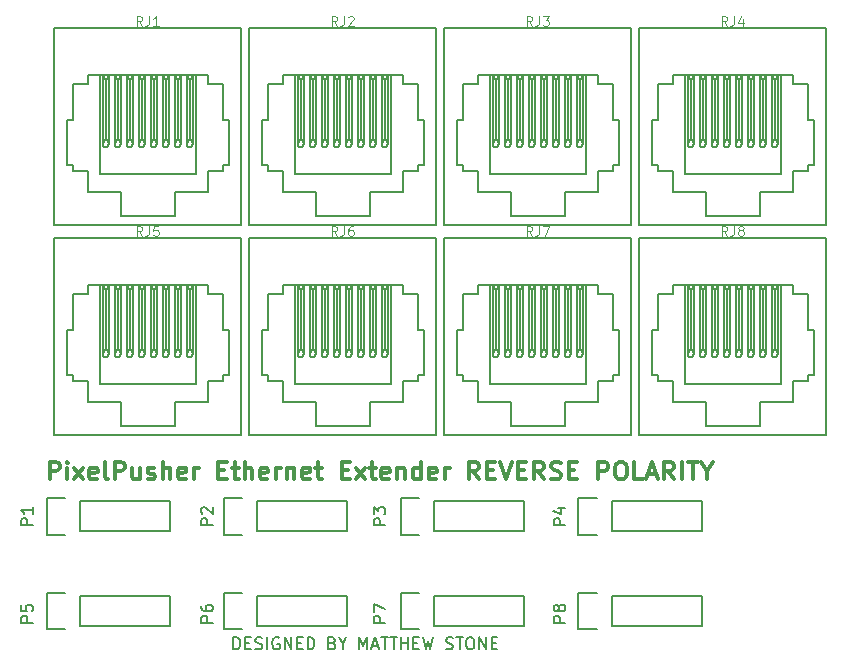
<source format=gbr>
G04 #@! TF.FileFunction,Legend,Top*
%FSLAX46Y46*%
G04 Gerber Fmt 4.6, Leading zero omitted, Abs format (unit mm)*
G04 Created by KiCad (PCBNEW (2015-05-23 BZR 5679)-product) date Wednesday, May 27, 2015 'PMt' 12:22:29 PM*
%MOMM*%
G01*
G04 APERTURE LIST*
%ADD10C,0.100000*%
%ADD11C,0.300000*%
%ADD12C,0.150000*%
%ADD13C,0.127000*%
%ADD14C,0.076200*%
G04 APERTURE END LIST*
D10*
D11*
X143485715Y-125138571D02*
X143485715Y-123638571D01*
X144057143Y-123638571D01*
X144200001Y-123710000D01*
X144271429Y-123781429D01*
X144342858Y-123924286D01*
X144342858Y-124138571D01*
X144271429Y-124281429D01*
X144200001Y-124352857D01*
X144057143Y-124424286D01*
X143485715Y-124424286D01*
X144985715Y-125138571D02*
X144985715Y-124138571D01*
X144985715Y-123638571D02*
X144914286Y-123710000D01*
X144985715Y-123781429D01*
X145057143Y-123710000D01*
X144985715Y-123638571D01*
X144985715Y-123781429D01*
X145557144Y-125138571D02*
X146342858Y-124138571D01*
X145557144Y-124138571D02*
X146342858Y-125138571D01*
X147485715Y-125067143D02*
X147342858Y-125138571D01*
X147057144Y-125138571D01*
X146914287Y-125067143D01*
X146842858Y-124924286D01*
X146842858Y-124352857D01*
X146914287Y-124210000D01*
X147057144Y-124138571D01*
X147342858Y-124138571D01*
X147485715Y-124210000D01*
X147557144Y-124352857D01*
X147557144Y-124495714D01*
X146842858Y-124638571D01*
X148414287Y-125138571D02*
X148271429Y-125067143D01*
X148200001Y-124924286D01*
X148200001Y-123638571D01*
X148985715Y-125138571D02*
X148985715Y-123638571D01*
X149557143Y-123638571D01*
X149700001Y-123710000D01*
X149771429Y-123781429D01*
X149842858Y-123924286D01*
X149842858Y-124138571D01*
X149771429Y-124281429D01*
X149700001Y-124352857D01*
X149557143Y-124424286D01*
X148985715Y-124424286D01*
X151128572Y-124138571D02*
X151128572Y-125138571D01*
X150485715Y-124138571D02*
X150485715Y-124924286D01*
X150557143Y-125067143D01*
X150700001Y-125138571D01*
X150914286Y-125138571D01*
X151057143Y-125067143D01*
X151128572Y-124995714D01*
X151771429Y-125067143D02*
X151914286Y-125138571D01*
X152200001Y-125138571D01*
X152342858Y-125067143D01*
X152414286Y-124924286D01*
X152414286Y-124852857D01*
X152342858Y-124710000D01*
X152200001Y-124638571D01*
X151985715Y-124638571D01*
X151842858Y-124567143D01*
X151771429Y-124424286D01*
X151771429Y-124352857D01*
X151842858Y-124210000D01*
X151985715Y-124138571D01*
X152200001Y-124138571D01*
X152342858Y-124210000D01*
X153057144Y-125138571D02*
X153057144Y-123638571D01*
X153700001Y-125138571D02*
X153700001Y-124352857D01*
X153628572Y-124210000D01*
X153485715Y-124138571D01*
X153271430Y-124138571D01*
X153128572Y-124210000D01*
X153057144Y-124281429D01*
X154985715Y-125067143D02*
X154842858Y-125138571D01*
X154557144Y-125138571D01*
X154414287Y-125067143D01*
X154342858Y-124924286D01*
X154342858Y-124352857D01*
X154414287Y-124210000D01*
X154557144Y-124138571D01*
X154842858Y-124138571D01*
X154985715Y-124210000D01*
X155057144Y-124352857D01*
X155057144Y-124495714D01*
X154342858Y-124638571D01*
X155700001Y-125138571D02*
X155700001Y-124138571D01*
X155700001Y-124424286D02*
X155771429Y-124281429D01*
X155842858Y-124210000D01*
X155985715Y-124138571D01*
X156128572Y-124138571D01*
X157771429Y-124352857D02*
X158271429Y-124352857D01*
X158485715Y-125138571D02*
X157771429Y-125138571D01*
X157771429Y-123638571D01*
X158485715Y-123638571D01*
X158914286Y-124138571D02*
X159485715Y-124138571D01*
X159128572Y-123638571D02*
X159128572Y-124924286D01*
X159200000Y-125067143D01*
X159342858Y-125138571D01*
X159485715Y-125138571D01*
X159985715Y-125138571D02*
X159985715Y-123638571D01*
X160628572Y-125138571D02*
X160628572Y-124352857D01*
X160557143Y-124210000D01*
X160414286Y-124138571D01*
X160200001Y-124138571D01*
X160057143Y-124210000D01*
X159985715Y-124281429D01*
X161914286Y-125067143D02*
X161771429Y-125138571D01*
X161485715Y-125138571D01*
X161342858Y-125067143D01*
X161271429Y-124924286D01*
X161271429Y-124352857D01*
X161342858Y-124210000D01*
X161485715Y-124138571D01*
X161771429Y-124138571D01*
X161914286Y-124210000D01*
X161985715Y-124352857D01*
X161985715Y-124495714D01*
X161271429Y-124638571D01*
X162628572Y-125138571D02*
X162628572Y-124138571D01*
X162628572Y-124424286D02*
X162700000Y-124281429D01*
X162771429Y-124210000D01*
X162914286Y-124138571D01*
X163057143Y-124138571D01*
X163557143Y-124138571D02*
X163557143Y-125138571D01*
X163557143Y-124281429D02*
X163628571Y-124210000D01*
X163771429Y-124138571D01*
X163985714Y-124138571D01*
X164128571Y-124210000D01*
X164200000Y-124352857D01*
X164200000Y-125138571D01*
X165485714Y-125067143D02*
X165342857Y-125138571D01*
X165057143Y-125138571D01*
X164914286Y-125067143D01*
X164842857Y-124924286D01*
X164842857Y-124352857D01*
X164914286Y-124210000D01*
X165057143Y-124138571D01*
X165342857Y-124138571D01*
X165485714Y-124210000D01*
X165557143Y-124352857D01*
X165557143Y-124495714D01*
X164842857Y-124638571D01*
X165985714Y-124138571D02*
X166557143Y-124138571D01*
X166200000Y-123638571D02*
X166200000Y-124924286D01*
X166271428Y-125067143D01*
X166414286Y-125138571D01*
X166557143Y-125138571D01*
X168200000Y-124352857D02*
X168700000Y-124352857D01*
X168914286Y-125138571D02*
X168200000Y-125138571D01*
X168200000Y-123638571D01*
X168914286Y-123638571D01*
X169414286Y-125138571D02*
X170200000Y-124138571D01*
X169414286Y-124138571D02*
X170200000Y-125138571D01*
X170557143Y-124138571D02*
X171128572Y-124138571D01*
X170771429Y-123638571D02*
X170771429Y-124924286D01*
X170842857Y-125067143D01*
X170985715Y-125138571D01*
X171128572Y-125138571D01*
X172200000Y-125067143D02*
X172057143Y-125138571D01*
X171771429Y-125138571D01*
X171628572Y-125067143D01*
X171557143Y-124924286D01*
X171557143Y-124352857D01*
X171628572Y-124210000D01*
X171771429Y-124138571D01*
X172057143Y-124138571D01*
X172200000Y-124210000D01*
X172271429Y-124352857D01*
X172271429Y-124495714D01*
X171557143Y-124638571D01*
X172914286Y-124138571D02*
X172914286Y-125138571D01*
X172914286Y-124281429D02*
X172985714Y-124210000D01*
X173128572Y-124138571D01*
X173342857Y-124138571D01*
X173485714Y-124210000D01*
X173557143Y-124352857D01*
X173557143Y-125138571D01*
X174914286Y-125138571D02*
X174914286Y-123638571D01*
X174914286Y-125067143D02*
X174771429Y-125138571D01*
X174485715Y-125138571D01*
X174342857Y-125067143D01*
X174271429Y-124995714D01*
X174200000Y-124852857D01*
X174200000Y-124424286D01*
X174271429Y-124281429D01*
X174342857Y-124210000D01*
X174485715Y-124138571D01*
X174771429Y-124138571D01*
X174914286Y-124210000D01*
X176200000Y-125067143D02*
X176057143Y-125138571D01*
X175771429Y-125138571D01*
X175628572Y-125067143D01*
X175557143Y-124924286D01*
X175557143Y-124352857D01*
X175628572Y-124210000D01*
X175771429Y-124138571D01*
X176057143Y-124138571D01*
X176200000Y-124210000D01*
X176271429Y-124352857D01*
X176271429Y-124495714D01*
X175557143Y-124638571D01*
X176914286Y-125138571D02*
X176914286Y-124138571D01*
X176914286Y-124424286D02*
X176985714Y-124281429D01*
X177057143Y-124210000D01*
X177200000Y-124138571D01*
X177342857Y-124138571D01*
X179842857Y-125138571D02*
X179342857Y-124424286D01*
X178985714Y-125138571D02*
X178985714Y-123638571D01*
X179557142Y-123638571D01*
X179700000Y-123710000D01*
X179771428Y-123781429D01*
X179842857Y-123924286D01*
X179842857Y-124138571D01*
X179771428Y-124281429D01*
X179700000Y-124352857D01*
X179557142Y-124424286D01*
X178985714Y-124424286D01*
X180485714Y-124352857D02*
X180985714Y-124352857D01*
X181200000Y-125138571D02*
X180485714Y-125138571D01*
X180485714Y-123638571D01*
X181200000Y-123638571D01*
X181628571Y-123638571D02*
X182128571Y-125138571D01*
X182628571Y-123638571D01*
X183128571Y-124352857D02*
X183628571Y-124352857D01*
X183842857Y-125138571D02*
X183128571Y-125138571D01*
X183128571Y-123638571D01*
X183842857Y-123638571D01*
X185342857Y-125138571D02*
X184842857Y-124424286D01*
X184485714Y-125138571D02*
X184485714Y-123638571D01*
X185057142Y-123638571D01*
X185200000Y-123710000D01*
X185271428Y-123781429D01*
X185342857Y-123924286D01*
X185342857Y-124138571D01*
X185271428Y-124281429D01*
X185200000Y-124352857D01*
X185057142Y-124424286D01*
X184485714Y-124424286D01*
X185914285Y-125067143D02*
X186128571Y-125138571D01*
X186485714Y-125138571D01*
X186628571Y-125067143D01*
X186700000Y-124995714D01*
X186771428Y-124852857D01*
X186771428Y-124710000D01*
X186700000Y-124567143D01*
X186628571Y-124495714D01*
X186485714Y-124424286D01*
X186200000Y-124352857D01*
X186057142Y-124281429D01*
X185985714Y-124210000D01*
X185914285Y-124067143D01*
X185914285Y-123924286D01*
X185985714Y-123781429D01*
X186057142Y-123710000D01*
X186200000Y-123638571D01*
X186557142Y-123638571D01*
X186771428Y-123710000D01*
X187414285Y-124352857D02*
X187914285Y-124352857D01*
X188128571Y-125138571D02*
X187414285Y-125138571D01*
X187414285Y-123638571D01*
X188128571Y-123638571D01*
X189914285Y-125138571D02*
X189914285Y-123638571D01*
X190485713Y-123638571D01*
X190628571Y-123710000D01*
X190699999Y-123781429D01*
X190771428Y-123924286D01*
X190771428Y-124138571D01*
X190699999Y-124281429D01*
X190628571Y-124352857D01*
X190485713Y-124424286D01*
X189914285Y-124424286D01*
X191699999Y-123638571D02*
X191985713Y-123638571D01*
X192128571Y-123710000D01*
X192271428Y-123852857D01*
X192342856Y-124138571D01*
X192342856Y-124638571D01*
X192271428Y-124924286D01*
X192128571Y-125067143D01*
X191985713Y-125138571D01*
X191699999Y-125138571D01*
X191557142Y-125067143D01*
X191414285Y-124924286D01*
X191342856Y-124638571D01*
X191342856Y-124138571D01*
X191414285Y-123852857D01*
X191557142Y-123710000D01*
X191699999Y-123638571D01*
X193700000Y-125138571D02*
X192985714Y-125138571D01*
X192985714Y-123638571D01*
X194128571Y-124710000D02*
X194842857Y-124710000D01*
X193985714Y-125138571D02*
X194485714Y-123638571D01*
X194985714Y-125138571D01*
X196342857Y-125138571D02*
X195842857Y-124424286D01*
X195485714Y-125138571D02*
X195485714Y-123638571D01*
X196057142Y-123638571D01*
X196200000Y-123710000D01*
X196271428Y-123781429D01*
X196342857Y-123924286D01*
X196342857Y-124138571D01*
X196271428Y-124281429D01*
X196200000Y-124352857D01*
X196057142Y-124424286D01*
X195485714Y-124424286D01*
X196985714Y-125138571D02*
X196985714Y-123638571D01*
X197485714Y-123638571D02*
X198342857Y-123638571D01*
X197914286Y-125138571D02*
X197914286Y-123638571D01*
X199128571Y-124424286D02*
X199128571Y-125138571D01*
X198628571Y-123638571D02*
X199128571Y-124424286D01*
X199628571Y-123638571D01*
D12*
X159037142Y-139517381D02*
X159037142Y-138517381D01*
X159275237Y-138517381D01*
X159418095Y-138565000D01*
X159513333Y-138660238D01*
X159560952Y-138755476D01*
X159608571Y-138945952D01*
X159608571Y-139088810D01*
X159560952Y-139279286D01*
X159513333Y-139374524D01*
X159418095Y-139469762D01*
X159275237Y-139517381D01*
X159037142Y-139517381D01*
X160037142Y-138993571D02*
X160370476Y-138993571D01*
X160513333Y-139517381D02*
X160037142Y-139517381D01*
X160037142Y-138517381D01*
X160513333Y-138517381D01*
X160894285Y-139469762D02*
X161037142Y-139517381D01*
X161275238Y-139517381D01*
X161370476Y-139469762D01*
X161418095Y-139422143D01*
X161465714Y-139326905D01*
X161465714Y-139231667D01*
X161418095Y-139136429D01*
X161370476Y-139088810D01*
X161275238Y-139041190D01*
X161084761Y-138993571D01*
X160989523Y-138945952D01*
X160941904Y-138898333D01*
X160894285Y-138803095D01*
X160894285Y-138707857D01*
X160941904Y-138612619D01*
X160989523Y-138565000D01*
X161084761Y-138517381D01*
X161322857Y-138517381D01*
X161465714Y-138565000D01*
X161894285Y-139517381D02*
X161894285Y-138517381D01*
X162894285Y-138565000D02*
X162799047Y-138517381D01*
X162656190Y-138517381D01*
X162513332Y-138565000D01*
X162418094Y-138660238D01*
X162370475Y-138755476D01*
X162322856Y-138945952D01*
X162322856Y-139088810D01*
X162370475Y-139279286D01*
X162418094Y-139374524D01*
X162513332Y-139469762D01*
X162656190Y-139517381D01*
X162751428Y-139517381D01*
X162894285Y-139469762D01*
X162941904Y-139422143D01*
X162941904Y-139088810D01*
X162751428Y-139088810D01*
X163370475Y-139517381D02*
X163370475Y-138517381D01*
X163941904Y-139517381D01*
X163941904Y-138517381D01*
X164418094Y-138993571D02*
X164751428Y-138993571D01*
X164894285Y-139517381D02*
X164418094Y-139517381D01*
X164418094Y-138517381D01*
X164894285Y-138517381D01*
X165322856Y-139517381D02*
X165322856Y-138517381D01*
X165560951Y-138517381D01*
X165703809Y-138565000D01*
X165799047Y-138660238D01*
X165846666Y-138755476D01*
X165894285Y-138945952D01*
X165894285Y-139088810D01*
X165846666Y-139279286D01*
X165799047Y-139374524D01*
X165703809Y-139469762D01*
X165560951Y-139517381D01*
X165322856Y-139517381D01*
X167418095Y-138993571D02*
X167560952Y-139041190D01*
X167608571Y-139088810D01*
X167656190Y-139184048D01*
X167656190Y-139326905D01*
X167608571Y-139422143D01*
X167560952Y-139469762D01*
X167465714Y-139517381D01*
X167084761Y-139517381D01*
X167084761Y-138517381D01*
X167418095Y-138517381D01*
X167513333Y-138565000D01*
X167560952Y-138612619D01*
X167608571Y-138707857D01*
X167608571Y-138803095D01*
X167560952Y-138898333D01*
X167513333Y-138945952D01*
X167418095Y-138993571D01*
X167084761Y-138993571D01*
X168275237Y-139041190D02*
X168275237Y-139517381D01*
X167941904Y-138517381D02*
X168275237Y-139041190D01*
X168608571Y-138517381D01*
X169703809Y-139517381D02*
X169703809Y-138517381D01*
X170037143Y-139231667D01*
X170370476Y-138517381D01*
X170370476Y-139517381D01*
X170799047Y-139231667D02*
X171275238Y-139231667D01*
X170703809Y-139517381D02*
X171037142Y-138517381D01*
X171370476Y-139517381D01*
X171560952Y-138517381D02*
X172132381Y-138517381D01*
X171846666Y-139517381D02*
X171846666Y-138517381D01*
X172322857Y-138517381D02*
X172894286Y-138517381D01*
X172608571Y-139517381D02*
X172608571Y-138517381D01*
X173227619Y-139517381D02*
X173227619Y-138517381D01*
X173227619Y-138993571D02*
X173799048Y-138993571D01*
X173799048Y-139517381D02*
X173799048Y-138517381D01*
X174275238Y-138993571D02*
X174608572Y-138993571D01*
X174751429Y-139517381D02*
X174275238Y-139517381D01*
X174275238Y-138517381D01*
X174751429Y-138517381D01*
X175084762Y-138517381D02*
X175322857Y-139517381D01*
X175513334Y-138803095D01*
X175703810Y-139517381D01*
X175941905Y-138517381D01*
X177037143Y-139469762D02*
X177180000Y-139517381D01*
X177418096Y-139517381D01*
X177513334Y-139469762D01*
X177560953Y-139422143D01*
X177608572Y-139326905D01*
X177608572Y-139231667D01*
X177560953Y-139136429D01*
X177513334Y-139088810D01*
X177418096Y-139041190D01*
X177227619Y-138993571D01*
X177132381Y-138945952D01*
X177084762Y-138898333D01*
X177037143Y-138803095D01*
X177037143Y-138707857D01*
X177084762Y-138612619D01*
X177132381Y-138565000D01*
X177227619Y-138517381D01*
X177465715Y-138517381D01*
X177608572Y-138565000D01*
X177894286Y-138517381D02*
X178465715Y-138517381D01*
X178180000Y-139517381D02*
X178180000Y-138517381D01*
X178989524Y-138517381D02*
X179180001Y-138517381D01*
X179275239Y-138565000D01*
X179370477Y-138660238D01*
X179418096Y-138850714D01*
X179418096Y-139184048D01*
X179370477Y-139374524D01*
X179275239Y-139469762D01*
X179180001Y-139517381D01*
X178989524Y-139517381D01*
X178894286Y-139469762D01*
X178799048Y-139374524D01*
X178751429Y-139184048D01*
X178751429Y-138850714D01*
X178799048Y-138660238D01*
X178894286Y-138565000D01*
X178989524Y-138517381D01*
X179846667Y-139517381D02*
X179846667Y-138517381D01*
X180418096Y-139517381D01*
X180418096Y-138517381D01*
X180894286Y-138993571D02*
X181227620Y-138993571D01*
X181370477Y-139517381D02*
X180894286Y-139517381D01*
X180894286Y-138517381D01*
X181370477Y-138517381D01*
X161050000Y-137540000D02*
X168670000Y-137540000D01*
X161050000Y-135000000D02*
X168670000Y-135000000D01*
X158230000Y-134720000D02*
X159780000Y-134720000D01*
X168670000Y-137540000D02*
X168670000Y-135000000D01*
X161050000Y-135000000D02*
X161050000Y-137540000D01*
X159780000Y-137820000D02*
X158230000Y-137820000D01*
X158230000Y-137820000D02*
X158230000Y-134720000D01*
X176050000Y-129540000D02*
X183670000Y-129540000D01*
X176050000Y-127000000D02*
X183670000Y-127000000D01*
X173230000Y-126720000D02*
X174780000Y-126720000D01*
X183670000Y-129540000D02*
X183670000Y-127000000D01*
X176050000Y-127000000D02*
X176050000Y-129540000D01*
X174780000Y-129820000D02*
X173230000Y-129820000D01*
X173230000Y-129820000D02*
X173230000Y-126720000D01*
X191050000Y-137540000D02*
X198670000Y-137540000D01*
X191050000Y-135000000D02*
X198670000Y-135000000D01*
X188230000Y-134720000D02*
X189780000Y-134720000D01*
X198670000Y-137540000D02*
X198670000Y-135000000D01*
X191050000Y-135000000D02*
X191050000Y-137540000D01*
X189780000Y-137820000D02*
X188230000Y-137820000D01*
X188230000Y-137820000D02*
X188230000Y-134720000D01*
X176050000Y-137540000D02*
X183670000Y-137540000D01*
X176050000Y-135000000D02*
X183670000Y-135000000D01*
X173230000Y-134720000D02*
X174780000Y-134720000D01*
X183670000Y-137540000D02*
X183670000Y-135000000D01*
X176050000Y-135000000D02*
X176050000Y-137540000D01*
X174780000Y-137820000D02*
X173230000Y-137820000D01*
X173230000Y-137820000D02*
X173230000Y-134720000D01*
X146050000Y-137540000D02*
X153670000Y-137540000D01*
X146050000Y-135000000D02*
X153670000Y-135000000D01*
X143230000Y-134720000D02*
X144780000Y-134720000D01*
X153670000Y-137540000D02*
X153670000Y-135000000D01*
X146050000Y-135000000D02*
X146050000Y-137540000D01*
X144780000Y-137820000D02*
X143230000Y-137820000D01*
X143230000Y-137820000D02*
X143230000Y-134720000D01*
X191050000Y-129540000D02*
X198670000Y-129540000D01*
X191050000Y-127000000D02*
X198670000Y-127000000D01*
X188230000Y-126720000D02*
X189780000Y-126720000D01*
X198670000Y-129540000D02*
X198670000Y-127000000D01*
X191050000Y-127000000D02*
X191050000Y-129540000D01*
X189780000Y-129820000D02*
X188230000Y-129820000D01*
X188230000Y-129820000D02*
X188230000Y-126720000D01*
X161050000Y-129540000D02*
X168670000Y-129540000D01*
X161050000Y-127000000D02*
X168670000Y-127000000D01*
X158230000Y-126720000D02*
X159780000Y-126720000D01*
X168670000Y-129540000D02*
X168670000Y-127000000D01*
X161050000Y-127000000D02*
X161050000Y-129540000D01*
X159780000Y-129820000D02*
X158230000Y-129820000D01*
X158230000Y-129820000D02*
X158230000Y-126720000D01*
D13*
X147701000Y-90932000D02*
X147701000Y-99314000D01*
X147701000Y-99314000D02*
X155829000Y-99314000D01*
X155829000Y-99314000D02*
X155829000Y-90932000D01*
X154051000Y-100838000D02*
X156845000Y-100838000D01*
X156845000Y-100838000D02*
X156845000Y-99060000D01*
X156845000Y-99060000D02*
X158115000Y-99060000D01*
X158115000Y-99060000D02*
X158115000Y-98552000D01*
X158115000Y-98552000D02*
X158623000Y-98552000D01*
X144907000Y-98552000D02*
X145415000Y-98552000D01*
X145415000Y-98552000D02*
X145415000Y-99060000D01*
X145415000Y-99060000D02*
X146685000Y-99060000D01*
X146685000Y-99060000D02*
X146685000Y-100838000D01*
X149479000Y-100838000D02*
X146685000Y-100838000D01*
X158623000Y-94742000D02*
X158115000Y-94742000D01*
X158115000Y-94742000D02*
X158115000Y-91694000D01*
X158115000Y-91694000D02*
X156845000Y-91694000D01*
X156845000Y-91694000D02*
X156845000Y-90932000D01*
X146685000Y-90932000D02*
X156845000Y-90932000D01*
X144907000Y-94742000D02*
X145415000Y-94742000D01*
X145415000Y-94742000D02*
X145415000Y-91694000D01*
X145415000Y-91694000D02*
X146685000Y-91694000D01*
X146685000Y-91694000D02*
X146685000Y-90932000D01*
X158623000Y-94742000D02*
X158623000Y-98552000D01*
X144907000Y-94742000D02*
X144907000Y-98552000D01*
X149479000Y-100838000D02*
X149479000Y-102870000D01*
X149479000Y-102870000D02*
X154051000Y-102870000D01*
X154051000Y-102870000D02*
X154051000Y-100838000D01*
X155321000Y-96266000D02*
X155575000Y-96774000D01*
X155321000Y-96266000D02*
X155067000Y-96774000D01*
X155321000Y-91440000D02*
X155321000Y-96266000D01*
X155067000Y-90932000D02*
X155575000Y-90932000D01*
X155575000Y-90932000D02*
X155321000Y-91440000D01*
X155321000Y-91440000D02*
X155067000Y-90932000D01*
X154305000Y-91440000D02*
X154305000Y-96266000D01*
X154051000Y-90932000D02*
X154559000Y-90932000D01*
X154559000Y-90932000D02*
X154305000Y-91440000D01*
X154305000Y-91440000D02*
X154051000Y-90932000D01*
X154305000Y-96266000D02*
X154559000Y-96774000D01*
X154305000Y-96266000D02*
X154051000Y-96774000D01*
X153289000Y-91440000D02*
X153289000Y-96266000D01*
X153035000Y-90932000D02*
X153543000Y-90932000D01*
X153543000Y-90932000D02*
X153289000Y-91440000D01*
X153289000Y-91440000D02*
X153035000Y-90932000D01*
X153289000Y-96266000D02*
X153543000Y-96774000D01*
X153289000Y-96266000D02*
X153035000Y-96774000D01*
X152273000Y-96266000D02*
X152527000Y-96774000D01*
X152273000Y-91440000D02*
X152273000Y-96266000D01*
X152273000Y-96266000D02*
X152019000Y-96774000D01*
X152019000Y-90932000D02*
X152527000Y-90932000D01*
X152527000Y-90932000D02*
X152273000Y-91440000D01*
X152273000Y-91440000D02*
X152019000Y-90932000D01*
X151257000Y-96266000D02*
X151257000Y-91440000D01*
X151257000Y-91440000D02*
X151003000Y-90932000D01*
X151003000Y-90932000D02*
X151511000Y-90932000D01*
X151511000Y-90932000D02*
X151257000Y-91440000D01*
X149225000Y-96266000D02*
X149479000Y-96774000D01*
X149225000Y-96266000D02*
X148971000Y-96774000D01*
X148209000Y-96266000D02*
X148463000Y-96774000D01*
X148209000Y-96266000D02*
X147955000Y-96774000D01*
X147955000Y-90932000D02*
X148463000Y-90932000D01*
X148463000Y-90932000D02*
X148209000Y-91440000D01*
X148209000Y-91440000D02*
X147955000Y-90932000D01*
X148971000Y-90932000D02*
X149479000Y-90932000D01*
X149225000Y-91440000D02*
X149479000Y-90932000D01*
X149225000Y-91440000D02*
X148971000Y-90932000D01*
X149987000Y-90932000D02*
X150495000Y-90932000D01*
X150241000Y-91440000D02*
X150495000Y-90932000D01*
X149987000Y-90932000D02*
X150241000Y-91440000D01*
X150241000Y-96266000D02*
X150495000Y-96774000D01*
X150241000Y-96266000D02*
X149987000Y-96774000D01*
X151257000Y-96266000D02*
X151511000Y-96774000D01*
X151257000Y-96266000D02*
X151003000Y-96774000D01*
X150241000Y-91440000D02*
X150241000Y-96266000D01*
X149225000Y-91440000D02*
X149225000Y-96266000D01*
X148209000Y-91440000D02*
X148209000Y-96266000D01*
X152019000Y-96774000D02*
X152019000Y-90932000D01*
X152527000Y-96774000D02*
X152527000Y-90932000D01*
X153543000Y-96774000D02*
X153543000Y-90932000D01*
X153035000Y-96774000D02*
X153035000Y-90932000D01*
X155067000Y-96774000D02*
X155067000Y-90932000D01*
X155575000Y-96774000D02*
X155575000Y-90932000D01*
X154559000Y-96774000D02*
X154559000Y-90932000D01*
X154051000Y-96774000D02*
X154051000Y-90932000D01*
X149987000Y-96774000D02*
X149987000Y-90932000D01*
X150495000Y-96774000D02*
X150495000Y-90932000D01*
X151511000Y-96774000D02*
X151511000Y-90932000D01*
X151003000Y-96774000D02*
X151003000Y-90932000D01*
X148971000Y-96774000D02*
X148971000Y-90932000D01*
X149479000Y-96774000D02*
X149479000Y-90932000D01*
X148463000Y-96774000D02*
X148463000Y-90932000D01*
X147955000Y-96774000D02*
X147955000Y-90932000D01*
X143825000Y-86930000D02*
X159705000Y-86930000D01*
X159705000Y-86930000D02*
X159705000Y-103570000D01*
X159705000Y-103570000D02*
X143825000Y-103570000D01*
X143825000Y-103570000D02*
X143825000Y-86930000D01*
X152019000Y-96774000D02*
G75*
G03X152273000Y-97028000I254000J0D01*
G01*
X152273000Y-97028000D02*
G75*
G03X152527000Y-96774000I0J254000D01*
G01*
X153289000Y-97028000D02*
G75*
G03X153543000Y-96774000I0J254000D01*
G01*
X153035000Y-96774000D02*
G75*
G03X153289000Y-97028000I254000J0D01*
G01*
X155067000Y-96774000D02*
G75*
G03X155321000Y-97028000I254000J0D01*
G01*
X155321000Y-97028000D02*
G75*
G03X155575000Y-96774000I0J254000D01*
G01*
X154305000Y-97028000D02*
G75*
G03X154559000Y-96774000I0J254000D01*
G01*
X154051000Y-96774000D02*
G75*
G03X154305000Y-97028000I254000J0D01*
G01*
X149987000Y-96774000D02*
G75*
G03X150241000Y-97028000I254000J0D01*
G01*
X150241000Y-97028000D02*
G75*
G03X150495000Y-96774000I0J254000D01*
G01*
X151257000Y-97028000D02*
G75*
G03X151511000Y-96774000I0J254000D01*
G01*
X151003000Y-96774000D02*
G75*
G03X151257000Y-97028000I254000J0D01*
G01*
X148971000Y-96774000D02*
G75*
G03X149225000Y-97028000I254000J0D01*
G01*
X149225000Y-97028000D02*
G75*
G03X149479000Y-96774000I0J254000D01*
G01*
X148209000Y-97028000D02*
G75*
G03X148463000Y-96774000I0J254000D01*
G01*
X147955000Y-96774000D02*
G75*
G03X148209000Y-97028000I254000J0D01*
G01*
D12*
X146050000Y-129540000D02*
X153670000Y-129540000D01*
X146050000Y-127000000D02*
X153670000Y-127000000D01*
X143230000Y-126720000D02*
X144780000Y-126720000D01*
X153670000Y-129540000D02*
X153670000Y-127000000D01*
X146050000Y-127000000D02*
X146050000Y-129540000D01*
X144780000Y-129820000D02*
X143230000Y-129820000D01*
X143230000Y-129820000D02*
X143230000Y-126720000D01*
D13*
X164211000Y-90932000D02*
X164211000Y-99314000D01*
X164211000Y-99314000D02*
X172339000Y-99314000D01*
X172339000Y-99314000D02*
X172339000Y-90932000D01*
X170561000Y-100838000D02*
X173355000Y-100838000D01*
X173355000Y-100838000D02*
X173355000Y-99060000D01*
X173355000Y-99060000D02*
X174625000Y-99060000D01*
X174625000Y-99060000D02*
X174625000Y-98552000D01*
X174625000Y-98552000D02*
X175133000Y-98552000D01*
X161417000Y-98552000D02*
X161925000Y-98552000D01*
X161925000Y-98552000D02*
X161925000Y-99060000D01*
X161925000Y-99060000D02*
X163195000Y-99060000D01*
X163195000Y-99060000D02*
X163195000Y-100838000D01*
X165989000Y-100838000D02*
X163195000Y-100838000D01*
X175133000Y-94742000D02*
X174625000Y-94742000D01*
X174625000Y-94742000D02*
X174625000Y-91694000D01*
X174625000Y-91694000D02*
X173355000Y-91694000D01*
X173355000Y-91694000D02*
X173355000Y-90932000D01*
X163195000Y-90932000D02*
X173355000Y-90932000D01*
X161417000Y-94742000D02*
X161925000Y-94742000D01*
X161925000Y-94742000D02*
X161925000Y-91694000D01*
X161925000Y-91694000D02*
X163195000Y-91694000D01*
X163195000Y-91694000D02*
X163195000Y-90932000D01*
X175133000Y-94742000D02*
X175133000Y-98552000D01*
X161417000Y-94742000D02*
X161417000Y-98552000D01*
X165989000Y-100838000D02*
X165989000Y-102870000D01*
X165989000Y-102870000D02*
X170561000Y-102870000D01*
X170561000Y-102870000D02*
X170561000Y-100838000D01*
X171831000Y-96266000D02*
X172085000Y-96774000D01*
X171831000Y-96266000D02*
X171577000Y-96774000D01*
X171831000Y-91440000D02*
X171831000Y-96266000D01*
X171577000Y-90932000D02*
X172085000Y-90932000D01*
X172085000Y-90932000D02*
X171831000Y-91440000D01*
X171831000Y-91440000D02*
X171577000Y-90932000D01*
X170815000Y-91440000D02*
X170815000Y-96266000D01*
X170561000Y-90932000D02*
X171069000Y-90932000D01*
X171069000Y-90932000D02*
X170815000Y-91440000D01*
X170815000Y-91440000D02*
X170561000Y-90932000D01*
X170815000Y-96266000D02*
X171069000Y-96774000D01*
X170815000Y-96266000D02*
X170561000Y-96774000D01*
X169799000Y-91440000D02*
X169799000Y-96266000D01*
X169545000Y-90932000D02*
X170053000Y-90932000D01*
X170053000Y-90932000D02*
X169799000Y-91440000D01*
X169799000Y-91440000D02*
X169545000Y-90932000D01*
X169799000Y-96266000D02*
X170053000Y-96774000D01*
X169799000Y-96266000D02*
X169545000Y-96774000D01*
X168783000Y-96266000D02*
X169037000Y-96774000D01*
X168783000Y-91440000D02*
X168783000Y-96266000D01*
X168783000Y-96266000D02*
X168529000Y-96774000D01*
X168529000Y-90932000D02*
X169037000Y-90932000D01*
X169037000Y-90932000D02*
X168783000Y-91440000D01*
X168783000Y-91440000D02*
X168529000Y-90932000D01*
X167767000Y-96266000D02*
X167767000Y-91440000D01*
X167767000Y-91440000D02*
X167513000Y-90932000D01*
X167513000Y-90932000D02*
X168021000Y-90932000D01*
X168021000Y-90932000D02*
X167767000Y-91440000D01*
X165735000Y-96266000D02*
X165989000Y-96774000D01*
X165735000Y-96266000D02*
X165481000Y-96774000D01*
X164719000Y-96266000D02*
X164973000Y-96774000D01*
X164719000Y-96266000D02*
X164465000Y-96774000D01*
X164465000Y-90932000D02*
X164973000Y-90932000D01*
X164973000Y-90932000D02*
X164719000Y-91440000D01*
X164719000Y-91440000D02*
X164465000Y-90932000D01*
X165481000Y-90932000D02*
X165989000Y-90932000D01*
X165735000Y-91440000D02*
X165989000Y-90932000D01*
X165735000Y-91440000D02*
X165481000Y-90932000D01*
X166497000Y-90932000D02*
X167005000Y-90932000D01*
X166751000Y-91440000D02*
X167005000Y-90932000D01*
X166497000Y-90932000D02*
X166751000Y-91440000D01*
X166751000Y-96266000D02*
X167005000Y-96774000D01*
X166751000Y-96266000D02*
X166497000Y-96774000D01*
X167767000Y-96266000D02*
X168021000Y-96774000D01*
X167767000Y-96266000D02*
X167513000Y-96774000D01*
X166751000Y-91440000D02*
X166751000Y-96266000D01*
X165735000Y-91440000D02*
X165735000Y-96266000D01*
X164719000Y-91440000D02*
X164719000Y-96266000D01*
X168529000Y-96774000D02*
X168529000Y-90932000D01*
X169037000Y-96774000D02*
X169037000Y-90932000D01*
X170053000Y-96774000D02*
X170053000Y-90932000D01*
X169545000Y-96774000D02*
X169545000Y-90932000D01*
X171577000Y-96774000D02*
X171577000Y-90932000D01*
X172085000Y-96774000D02*
X172085000Y-90932000D01*
X171069000Y-96774000D02*
X171069000Y-90932000D01*
X170561000Y-96774000D02*
X170561000Y-90932000D01*
X166497000Y-96774000D02*
X166497000Y-90932000D01*
X167005000Y-96774000D02*
X167005000Y-90932000D01*
X168021000Y-96774000D02*
X168021000Y-90932000D01*
X167513000Y-96774000D02*
X167513000Y-90932000D01*
X165481000Y-96774000D02*
X165481000Y-90932000D01*
X165989000Y-96774000D02*
X165989000Y-90932000D01*
X164973000Y-96774000D02*
X164973000Y-90932000D01*
X164465000Y-96774000D02*
X164465000Y-90932000D01*
X160335000Y-86930000D02*
X176215000Y-86930000D01*
X176215000Y-86930000D02*
X176215000Y-103570000D01*
X176215000Y-103570000D02*
X160335000Y-103570000D01*
X160335000Y-103570000D02*
X160335000Y-86930000D01*
X168529000Y-96774000D02*
G75*
G03X168783000Y-97028000I254000J0D01*
G01*
X168783000Y-97028000D02*
G75*
G03X169037000Y-96774000I0J254000D01*
G01*
X169799000Y-97028000D02*
G75*
G03X170053000Y-96774000I0J254000D01*
G01*
X169545000Y-96774000D02*
G75*
G03X169799000Y-97028000I254000J0D01*
G01*
X171577000Y-96774000D02*
G75*
G03X171831000Y-97028000I254000J0D01*
G01*
X171831000Y-97028000D02*
G75*
G03X172085000Y-96774000I0J254000D01*
G01*
X170815000Y-97028000D02*
G75*
G03X171069000Y-96774000I0J254000D01*
G01*
X170561000Y-96774000D02*
G75*
G03X170815000Y-97028000I254000J0D01*
G01*
X166497000Y-96774000D02*
G75*
G03X166751000Y-97028000I254000J0D01*
G01*
X166751000Y-97028000D02*
G75*
G03X167005000Y-96774000I0J254000D01*
G01*
X167767000Y-97028000D02*
G75*
G03X168021000Y-96774000I0J254000D01*
G01*
X167513000Y-96774000D02*
G75*
G03X167767000Y-97028000I254000J0D01*
G01*
X165481000Y-96774000D02*
G75*
G03X165735000Y-97028000I254000J0D01*
G01*
X165735000Y-97028000D02*
G75*
G03X165989000Y-96774000I0J254000D01*
G01*
X164719000Y-97028000D02*
G75*
G03X164973000Y-96774000I0J254000D01*
G01*
X164465000Y-96774000D02*
G75*
G03X164719000Y-97028000I254000J0D01*
G01*
X180721000Y-90932000D02*
X180721000Y-99314000D01*
X180721000Y-99314000D02*
X188849000Y-99314000D01*
X188849000Y-99314000D02*
X188849000Y-90932000D01*
X187071000Y-100838000D02*
X189865000Y-100838000D01*
X189865000Y-100838000D02*
X189865000Y-99060000D01*
X189865000Y-99060000D02*
X191135000Y-99060000D01*
X191135000Y-99060000D02*
X191135000Y-98552000D01*
X191135000Y-98552000D02*
X191643000Y-98552000D01*
X177927000Y-98552000D02*
X178435000Y-98552000D01*
X178435000Y-98552000D02*
X178435000Y-99060000D01*
X178435000Y-99060000D02*
X179705000Y-99060000D01*
X179705000Y-99060000D02*
X179705000Y-100838000D01*
X182499000Y-100838000D02*
X179705000Y-100838000D01*
X191643000Y-94742000D02*
X191135000Y-94742000D01*
X191135000Y-94742000D02*
X191135000Y-91694000D01*
X191135000Y-91694000D02*
X189865000Y-91694000D01*
X189865000Y-91694000D02*
X189865000Y-90932000D01*
X179705000Y-90932000D02*
X189865000Y-90932000D01*
X177927000Y-94742000D02*
X178435000Y-94742000D01*
X178435000Y-94742000D02*
X178435000Y-91694000D01*
X178435000Y-91694000D02*
X179705000Y-91694000D01*
X179705000Y-91694000D02*
X179705000Y-90932000D01*
X191643000Y-94742000D02*
X191643000Y-98552000D01*
X177927000Y-94742000D02*
X177927000Y-98552000D01*
X182499000Y-100838000D02*
X182499000Y-102870000D01*
X182499000Y-102870000D02*
X187071000Y-102870000D01*
X187071000Y-102870000D02*
X187071000Y-100838000D01*
X188341000Y-96266000D02*
X188595000Y-96774000D01*
X188341000Y-96266000D02*
X188087000Y-96774000D01*
X188341000Y-91440000D02*
X188341000Y-96266000D01*
X188087000Y-90932000D02*
X188595000Y-90932000D01*
X188595000Y-90932000D02*
X188341000Y-91440000D01*
X188341000Y-91440000D02*
X188087000Y-90932000D01*
X187325000Y-91440000D02*
X187325000Y-96266000D01*
X187071000Y-90932000D02*
X187579000Y-90932000D01*
X187579000Y-90932000D02*
X187325000Y-91440000D01*
X187325000Y-91440000D02*
X187071000Y-90932000D01*
X187325000Y-96266000D02*
X187579000Y-96774000D01*
X187325000Y-96266000D02*
X187071000Y-96774000D01*
X186309000Y-91440000D02*
X186309000Y-96266000D01*
X186055000Y-90932000D02*
X186563000Y-90932000D01*
X186563000Y-90932000D02*
X186309000Y-91440000D01*
X186309000Y-91440000D02*
X186055000Y-90932000D01*
X186309000Y-96266000D02*
X186563000Y-96774000D01*
X186309000Y-96266000D02*
X186055000Y-96774000D01*
X185293000Y-96266000D02*
X185547000Y-96774000D01*
X185293000Y-91440000D02*
X185293000Y-96266000D01*
X185293000Y-96266000D02*
X185039000Y-96774000D01*
X185039000Y-90932000D02*
X185547000Y-90932000D01*
X185547000Y-90932000D02*
X185293000Y-91440000D01*
X185293000Y-91440000D02*
X185039000Y-90932000D01*
X184277000Y-96266000D02*
X184277000Y-91440000D01*
X184277000Y-91440000D02*
X184023000Y-90932000D01*
X184023000Y-90932000D02*
X184531000Y-90932000D01*
X184531000Y-90932000D02*
X184277000Y-91440000D01*
X182245000Y-96266000D02*
X182499000Y-96774000D01*
X182245000Y-96266000D02*
X181991000Y-96774000D01*
X181229000Y-96266000D02*
X181483000Y-96774000D01*
X181229000Y-96266000D02*
X180975000Y-96774000D01*
X180975000Y-90932000D02*
X181483000Y-90932000D01*
X181483000Y-90932000D02*
X181229000Y-91440000D01*
X181229000Y-91440000D02*
X180975000Y-90932000D01*
X181991000Y-90932000D02*
X182499000Y-90932000D01*
X182245000Y-91440000D02*
X182499000Y-90932000D01*
X182245000Y-91440000D02*
X181991000Y-90932000D01*
X183007000Y-90932000D02*
X183515000Y-90932000D01*
X183261000Y-91440000D02*
X183515000Y-90932000D01*
X183007000Y-90932000D02*
X183261000Y-91440000D01*
X183261000Y-96266000D02*
X183515000Y-96774000D01*
X183261000Y-96266000D02*
X183007000Y-96774000D01*
X184277000Y-96266000D02*
X184531000Y-96774000D01*
X184277000Y-96266000D02*
X184023000Y-96774000D01*
X183261000Y-91440000D02*
X183261000Y-96266000D01*
X182245000Y-91440000D02*
X182245000Y-96266000D01*
X181229000Y-91440000D02*
X181229000Y-96266000D01*
X185039000Y-96774000D02*
X185039000Y-90932000D01*
X185547000Y-96774000D02*
X185547000Y-90932000D01*
X186563000Y-96774000D02*
X186563000Y-90932000D01*
X186055000Y-96774000D02*
X186055000Y-90932000D01*
X188087000Y-96774000D02*
X188087000Y-90932000D01*
X188595000Y-96774000D02*
X188595000Y-90932000D01*
X187579000Y-96774000D02*
X187579000Y-90932000D01*
X187071000Y-96774000D02*
X187071000Y-90932000D01*
X183007000Y-96774000D02*
X183007000Y-90932000D01*
X183515000Y-96774000D02*
X183515000Y-90932000D01*
X184531000Y-96774000D02*
X184531000Y-90932000D01*
X184023000Y-96774000D02*
X184023000Y-90932000D01*
X181991000Y-96774000D02*
X181991000Y-90932000D01*
X182499000Y-96774000D02*
X182499000Y-90932000D01*
X181483000Y-96774000D02*
X181483000Y-90932000D01*
X180975000Y-96774000D02*
X180975000Y-90932000D01*
X176845000Y-86930000D02*
X192725000Y-86930000D01*
X192725000Y-86930000D02*
X192725000Y-103570000D01*
X192725000Y-103570000D02*
X176845000Y-103570000D01*
X176845000Y-103570000D02*
X176845000Y-86930000D01*
X185039000Y-96774000D02*
G75*
G03X185293000Y-97028000I254000J0D01*
G01*
X185293000Y-97028000D02*
G75*
G03X185547000Y-96774000I0J254000D01*
G01*
X186309000Y-97028000D02*
G75*
G03X186563000Y-96774000I0J254000D01*
G01*
X186055000Y-96774000D02*
G75*
G03X186309000Y-97028000I254000J0D01*
G01*
X188087000Y-96774000D02*
G75*
G03X188341000Y-97028000I254000J0D01*
G01*
X188341000Y-97028000D02*
G75*
G03X188595000Y-96774000I0J254000D01*
G01*
X187325000Y-97028000D02*
G75*
G03X187579000Y-96774000I0J254000D01*
G01*
X187071000Y-96774000D02*
G75*
G03X187325000Y-97028000I254000J0D01*
G01*
X183007000Y-96774000D02*
G75*
G03X183261000Y-97028000I254000J0D01*
G01*
X183261000Y-97028000D02*
G75*
G03X183515000Y-96774000I0J254000D01*
G01*
X184277000Y-97028000D02*
G75*
G03X184531000Y-96774000I0J254000D01*
G01*
X184023000Y-96774000D02*
G75*
G03X184277000Y-97028000I254000J0D01*
G01*
X181991000Y-96774000D02*
G75*
G03X182245000Y-97028000I254000J0D01*
G01*
X182245000Y-97028000D02*
G75*
G03X182499000Y-96774000I0J254000D01*
G01*
X181229000Y-97028000D02*
G75*
G03X181483000Y-96774000I0J254000D01*
G01*
X180975000Y-96774000D02*
G75*
G03X181229000Y-97028000I254000J0D01*
G01*
X197231000Y-90932000D02*
X197231000Y-99314000D01*
X197231000Y-99314000D02*
X205359000Y-99314000D01*
X205359000Y-99314000D02*
X205359000Y-90932000D01*
X203581000Y-100838000D02*
X206375000Y-100838000D01*
X206375000Y-100838000D02*
X206375000Y-99060000D01*
X206375000Y-99060000D02*
X207645000Y-99060000D01*
X207645000Y-99060000D02*
X207645000Y-98552000D01*
X207645000Y-98552000D02*
X208153000Y-98552000D01*
X194437000Y-98552000D02*
X194945000Y-98552000D01*
X194945000Y-98552000D02*
X194945000Y-99060000D01*
X194945000Y-99060000D02*
X196215000Y-99060000D01*
X196215000Y-99060000D02*
X196215000Y-100838000D01*
X199009000Y-100838000D02*
X196215000Y-100838000D01*
X208153000Y-94742000D02*
X207645000Y-94742000D01*
X207645000Y-94742000D02*
X207645000Y-91694000D01*
X207645000Y-91694000D02*
X206375000Y-91694000D01*
X206375000Y-91694000D02*
X206375000Y-90932000D01*
X196215000Y-90932000D02*
X206375000Y-90932000D01*
X194437000Y-94742000D02*
X194945000Y-94742000D01*
X194945000Y-94742000D02*
X194945000Y-91694000D01*
X194945000Y-91694000D02*
X196215000Y-91694000D01*
X196215000Y-91694000D02*
X196215000Y-90932000D01*
X208153000Y-94742000D02*
X208153000Y-98552000D01*
X194437000Y-94742000D02*
X194437000Y-98552000D01*
X199009000Y-100838000D02*
X199009000Y-102870000D01*
X199009000Y-102870000D02*
X203581000Y-102870000D01*
X203581000Y-102870000D02*
X203581000Y-100838000D01*
X204851000Y-96266000D02*
X205105000Y-96774000D01*
X204851000Y-96266000D02*
X204597000Y-96774000D01*
X204851000Y-91440000D02*
X204851000Y-96266000D01*
X204597000Y-90932000D02*
X205105000Y-90932000D01*
X205105000Y-90932000D02*
X204851000Y-91440000D01*
X204851000Y-91440000D02*
X204597000Y-90932000D01*
X203835000Y-91440000D02*
X203835000Y-96266000D01*
X203581000Y-90932000D02*
X204089000Y-90932000D01*
X204089000Y-90932000D02*
X203835000Y-91440000D01*
X203835000Y-91440000D02*
X203581000Y-90932000D01*
X203835000Y-96266000D02*
X204089000Y-96774000D01*
X203835000Y-96266000D02*
X203581000Y-96774000D01*
X202819000Y-91440000D02*
X202819000Y-96266000D01*
X202565000Y-90932000D02*
X203073000Y-90932000D01*
X203073000Y-90932000D02*
X202819000Y-91440000D01*
X202819000Y-91440000D02*
X202565000Y-90932000D01*
X202819000Y-96266000D02*
X203073000Y-96774000D01*
X202819000Y-96266000D02*
X202565000Y-96774000D01*
X201803000Y-96266000D02*
X202057000Y-96774000D01*
X201803000Y-91440000D02*
X201803000Y-96266000D01*
X201803000Y-96266000D02*
X201549000Y-96774000D01*
X201549000Y-90932000D02*
X202057000Y-90932000D01*
X202057000Y-90932000D02*
X201803000Y-91440000D01*
X201803000Y-91440000D02*
X201549000Y-90932000D01*
X200787000Y-96266000D02*
X200787000Y-91440000D01*
X200787000Y-91440000D02*
X200533000Y-90932000D01*
X200533000Y-90932000D02*
X201041000Y-90932000D01*
X201041000Y-90932000D02*
X200787000Y-91440000D01*
X198755000Y-96266000D02*
X199009000Y-96774000D01*
X198755000Y-96266000D02*
X198501000Y-96774000D01*
X197739000Y-96266000D02*
X197993000Y-96774000D01*
X197739000Y-96266000D02*
X197485000Y-96774000D01*
X197485000Y-90932000D02*
X197993000Y-90932000D01*
X197993000Y-90932000D02*
X197739000Y-91440000D01*
X197739000Y-91440000D02*
X197485000Y-90932000D01*
X198501000Y-90932000D02*
X199009000Y-90932000D01*
X198755000Y-91440000D02*
X199009000Y-90932000D01*
X198755000Y-91440000D02*
X198501000Y-90932000D01*
X199517000Y-90932000D02*
X200025000Y-90932000D01*
X199771000Y-91440000D02*
X200025000Y-90932000D01*
X199517000Y-90932000D02*
X199771000Y-91440000D01*
X199771000Y-96266000D02*
X200025000Y-96774000D01*
X199771000Y-96266000D02*
X199517000Y-96774000D01*
X200787000Y-96266000D02*
X201041000Y-96774000D01*
X200787000Y-96266000D02*
X200533000Y-96774000D01*
X199771000Y-91440000D02*
X199771000Y-96266000D01*
X198755000Y-91440000D02*
X198755000Y-96266000D01*
X197739000Y-91440000D02*
X197739000Y-96266000D01*
X201549000Y-96774000D02*
X201549000Y-90932000D01*
X202057000Y-96774000D02*
X202057000Y-90932000D01*
X203073000Y-96774000D02*
X203073000Y-90932000D01*
X202565000Y-96774000D02*
X202565000Y-90932000D01*
X204597000Y-96774000D02*
X204597000Y-90932000D01*
X205105000Y-96774000D02*
X205105000Y-90932000D01*
X204089000Y-96774000D02*
X204089000Y-90932000D01*
X203581000Y-96774000D02*
X203581000Y-90932000D01*
X199517000Y-96774000D02*
X199517000Y-90932000D01*
X200025000Y-96774000D02*
X200025000Y-90932000D01*
X201041000Y-96774000D02*
X201041000Y-90932000D01*
X200533000Y-96774000D02*
X200533000Y-90932000D01*
X198501000Y-96774000D02*
X198501000Y-90932000D01*
X199009000Y-96774000D02*
X199009000Y-90932000D01*
X197993000Y-96774000D02*
X197993000Y-90932000D01*
X197485000Y-96774000D02*
X197485000Y-90932000D01*
X193355000Y-86930000D02*
X209235000Y-86930000D01*
X209235000Y-86930000D02*
X209235000Y-103570000D01*
X209235000Y-103570000D02*
X193355000Y-103570000D01*
X193355000Y-103570000D02*
X193355000Y-86930000D01*
X201549000Y-96774000D02*
G75*
G03X201803000Y-97028000I254000J0D01*
G01*
X201803000Y-97028000D02*
G75*
G03X202057000Y-96774000I0J254000D01*
G01*
X202819000Y-97028000D02*
G75*
G03X203073000Y-96774000I0J254000D01*
G01*
X202565000Y-96774000D02*
G75*
G03X202819000Y-97028000I254000J0D01*
G01*
X204597000Y-96774000D02*
G75*
G03X204851000Y-97028000I254000J0D01*
G01*
X204851000Y-97028000D02*
G75*
G03X205105000Y-96774000I0J254000D01*
G01*
X203835000Y-97028000D02*
G75*
G03X204089000Y-96774000I0J254000D01*
G01*
X203581000Y-96774000D02*
G75*
G03X203835000Y-97028000I254000J0D01*
G01*
X199517000Y-96774000D02*
G75*
G03X199771000Y-97028000I254000J0D01*
G01*
X199771000Y-97028000D02*
G75*
G03X200025000Y-96774000I0J254000D01*
G01*
X200787000Y-97028000D02*
G75*
G03X201041000Y-96774000I0J254000D01*
G01*
X200533000Y-96774000D02*
G75*
G03X200787000Y-97028000I254000J0D01*
G01*
X198501000Y-96774000D02*
G75*
G03X198755000Y-97028000I254000J0D01*
G01*
X198755000Y-97028000D02*
G75*
G03X199009000Y-96774000I0J254000D01*
G01*
X197739000Y-97028000D02*
G75*
G03X197993000Y-96774000I0J254000D01*
G01*
X197485000Y-96774000D02*
G75*
G03X197739000Y-97028000I254000J0D01*
G01*
X147701000Y-108712000D02*
X147701000Y-117094000D01*
X147701000Y-117094000D02*
X155829000Y-117094000D01*
X155829000Y-117094000D02*
X155829000Y-108712000D01*
X154051000Y-118618000D02*
X156845000Y-118618000D01*
X156845000Y-118618000D02*
X156845000Y-116840000D01*
X156845000Y-116840000D02*
X158115000Y-116840000D01*
X158115000Y-116840000D02*
X158115000Y-116332000D01*
X158115000Y-116332000D02*
X158623000Y-116332000D01*
X144907000Y-116332000D02*
X145415000Y-116332000D01*
X145415000Y-116332000D02*
X145415000Y-116840000D01*
X145415000Y-116840000D02*
X146685000Y-116840000D01*
X146685000Y-116840000D02*
X146685000Y-118618000D01*
X149479000Y-118618000D02*
X146685000Y-118618000D01*
X158623000Y-112522000D02*
X158115000Y-112522000D01*
X158115000Y-112522000D02*
X158115000Y-109474000D01*
X158115000Y-109474000D02*
X156845000Y-109474000D01*
X156845000Y-109474000D02*
X156845000Y-108712000D01*
X146685000Y-108712000D02*
X156845000Y-108712000D01*
X144907000Y-112522000D02*
X145415000Y-112522000D01*
X145415000Y-112522000D02*
X145415000Y-109474000D01*
X145415000Y-109474000D02*
X146685000Y-109474000D01*
X146685000Y-109474000D02*
X146685000Y-108712000D01*
X158623000Y-112522000D02*
X158623000Y-116332000D01*
X144907000Y-112522000D02*
X144907000Y-116332000D01*
X149479000Y-118618000D02*
X149479000Y-120650000D01*
X149479000Y-120650000D02*
X154051000Y-120650000D01*
X154051000Y-120650000D02*
X154051000Y-118618000D01*
X155321000Y-114046000D02*
X155575000Y-114554000D01*
X155321000Y-114046000D02*
X155067000Y-114554000D01*
X155321000Y-109220000D02*
X155321000Y-114046000D01*
X155067000Y-108712000D02*
X155575000Y-108712000D01*
X155575000Y-108712000D02*
X155321000Y-109220000D01*
X155321000Y-109220000D02*
X155067000Y-108712000D01*
X154305000Y-109220000D02*
X154305000Y-114046000D01*
X154051000Y-108712000D02*
X154559000Y-108712000D01*
X154559000Y-108712000D02*
X154305000Y-109220000D01*
X154305000Y-109220000D02*
X154051000Y-108712000D01*
X154305000Y-114046000D02*
X154559000Y-114554000D01*
X154305000Y-114046000D02*
X154051000Y-114554000D01*
X153289000Y-109220000D02*
X153289000Y-114046000D01*
X153035000Y-108712000D02*
X153543000Y-108712000D01*
X153543000Y-108712000D02*
X153289000Y-109220000D01*
X153289000Y-109220000D02*
X153035000Y-108712000D01*
X153289000Y-114046000D02*
X153543000Y-114554000D01*
X153289000Y-114046000D02*
X153035000Y-114554000D01*
X152273000Y-114046000D02*
X152527000Y-114554000D01*
X152273000Y-109220000D02*
X152273000Y-114046000D01*
X152273000Y-114046000D02*
X152019000Y-114554000D01*
X152019000Y-108712000D02*
X152527000Y-108712000D01*
X152527000Y-108712000D02*
X152273000Y-109220000D01*
X152273000Y-109220000D02*
X152019000Y-108712000D01*
X151257000Y-114046000D02*
X151257000Y-109220000D01*
X151257000Y-109220000D02*
X151003000Y-108712000D01*
X151003000Y-108712000D02*
X151511000Y-108712000D01*
X151511000Y-108712000D02*
X151257000Y-109220000D01*
X149225000Y-114046000D02*
X149479000Y-114554000D01*
X149225000Y-114046000D02*
X148971000Y-114554000D01*
X148209000Y-114046000D02*
X148463000Y-114554000D01*
X148209000Y-114046000D02*
X147955000Y-114554000D01*
X147955000Y-108712000D02*
X148463000Y-108712000D01*
X148463000Y-108712000D02*
X148209000Y-109220000D01*
X148209000Y-109220000D02*
X147955000Y-108712000D01*
X148971000Y-108712000D02*
X149479000Y-108712000D01*
X149225000Y-109220000D02*
X149479000Y-108712000D01*
X149225000Y-109220000D02*
X148971000Y-108712000D01*
X149987000Y-108712000D02*
X150495000Y-108712000D01*
X150241000Y-109220000D02*
X150495000Y-108712000D01*
X149987000Y-108712000D02*
X150241000Y-109220000D01*
X150241000Y-114046000D02*
X150495000Y-114554000D01*
X150241000Y-114046000D02*
X149987000Y-114554000D01*
X151257000Y-114046000D02*
X151511000Y-114554000D01*
X151257000Y-114046000D02*
X151003000Y-114554000D01*
X150241000Y-109220000D02*
X150241000Y-114046000D01*
X149225000Y-109220000D02*
X149225000Y-114046000D01*
X148209000Y-109220000D02*
X148209000Y-114046000D01*
X152019000Y-114554000D02*
X152019000Y-108712000D01*
X152527000Y-114554000D02*
X152527000Y-108712000D01*
X153543000Y-114554000D02*
X153543000Y-108712000D01*
X153035000Y-114554000D02*
X153035000Y-108712000D01*
X155067000Y-114554000D02*
X155067000Y-108712000D01*
X155575000Y-114554000D02*
X155575000Y-108712000D01*
X154559000Y-114554000D02*
X154559000Y-108712000D01*
X154051000Y-114554000D02*
X154051000Y-108712000D01*
X149987000Y-114554000D02*
X149987000Y-108712000D01*
X150495000Y-114554000D02*
X150495000Y-108712000D01*
X151511000Y-114554000D02*
X151511000Y-108712000D01*
X151003000Y-114554000D02*
X151003000Y-108712000D01*
X148971000Y-114554000D02*
X148971000Y-108712000D01*
X149479000Y-114554000D02*
X149479000Y-108712000D01*
X148463000Y-114554000D02*
X148463000Y-108712000D01*
X147955000Y-114554000D02*
X147955000Y-108712000D01*
X143825000Y-104710000D02*
X159705000Y-104710000D01*
X159705000Y-104710000D02*
X159705000Y-121350000D01*
X159705000Y-121350000D02*
X143825000Y-121350000D01*
X143825000Y-121350000D02*
X143825000Y-104710000D01*
X152019000Y-114554000D02*
G75*
G03X152273000Y-114808000I254000J0D01*
G01*
X152273000Y-114808000D02*
G75*
G03X152527000Y-114554000I0J254000D01*
G01*
X153289000Y-114808000D02*
G75*
G03X153543000Y-114554000I0J254000D01*
G01*
X153035000Y-114554000D02*
G75*
G03X153289000Y-114808000I254000J0D01*
G01*
X155067000Y-114554000D02*
G75*
G03X155321000Y-114808000I254000J0D01*
G01*
X155321000Y-114808000D02*
G75*
G03X155575000Y-114554000I0J254000D01*
G01*
X154305000Y-114808000D02*
G75*
G03X154559000Y-114554000I0J254000D01*
G01*
X154051000Y-114554000D02*
G75*
G03X154305000Y-114808000I254000J0D01*
G01*
X149987000Y-114554000D02*
G75*
G03X150241000Y-114808000I254000J0D01*
G01*
X150241000Y-114808000D02*
G75*
G03X150495000Y-114554000I0J254000D01*
G01*
X151257000Y-114808000D02*
G75*
G03X151511000Y-114554000I0J254000D01*
G01*
X151003000Y-114554000D02*
G75*
G03X151257000Y-114808000I254000J0D01*
G01*
X148971000Y-114554000D02*
G75*
G03X149225000Y-114808000I254000J0D01*
G01*
X149225000Y-114808000D02*
G75*
G03X149479000Y-114554000I0J254000D01*
G01*
X148209000Y-114808000D02*
G75*
G03X148463000Y-114554000I0J254000D01*
G01*
X147955000Y-114554000D02*
G75*
G03X148209000Y-114808000I254000J0D01*
G01*
X164211000Y-108712000D02*
X164211000Y-117094000D01*
X164211000Y-117094000D02*
X172339000Y-117094000D01*
X172339000Y-117094000D02*
X172339000Y-108712000D01*
X170561000Y-118618000D02*
X173355000Y-118618000D01*
X173355000Y-118618000D02*
X173355000Y-116840000D01*
X173355000Y-116840000D02*
X174625000Y-116840000D01*
X174625000Y-116840000D02*
X174625000Y-116332000D01*
X174625000Y-116332000D02*
X175133000Y-116332000D01*
X161417000Y-116332000D02*
X161925000Y-116332000D01*
X161925000Y-116332000D02*
X161925000Y-116840000D01*
X161925000Y-116840000D02*
X163195000Y-116840000D01*
X163195000Y-116840000D02*
X163195000Y-118618000D01*
X165989000Y-118618000D02*
X163195000Y-118618000D01*
X175133000Y-112522000D02*
X174625000Y-112522000D01*
X174625000Y-112522000D02*
X174625000Y-109474000D01*
X174625000Y-109474000D02*
X173355000Y-109474000D01*
X173355000Y-109474000D02*
X173355000Y-108712000D01*
X163195000Y-108712000D02*
X173355000Y-108712000D01*
X161417000Y-112522000D02*
X161925000Y-112522000D01*
X161925000Y-112522000D02*
X161925000Y-109474000D01*
X161925000Y-109474000D02*
X163195000Y-109474000D01*
X163195000Y-109474000D02*
X163195000Y-108712000D01*
X175133000Y-112522000D02*
X175133000Y-116332000D01*
X161417000Y-112522000D02*
X161417000Y-116332000D01*
X165989000Y-118618000D02*
X165989000Y-120650000D01*
X165989000Y-120650000D02*
X170561000Y-120650000D01*
X170561000Y-120650000D02*
X170561000Y-118618000D01*
X171831000Y-114046000D02*
X172085000Y-114554000D01*
X171831000Y-114046000D02*
X171577000Y-114554000D01*
X171831000Y-109220000D02*
X171831000Y-114046000D01*
X171577000Y-108712000D02*
X172085000Y-108712000D01*
X172085000Y-108712000D02*
X171831000Y-109220000D01*
X171831000Y-109220000D02*
X171577000Y-108712000D01*
X170815000Y-109220000D02*
X170815000Y-114046000D01*
X170561000Y-108712000D02*
X171069000Y-108712000D01*
X171069000Y-108712000D02*
X170815000Y-109220000D01*
X170815000Y-109220000D02*
X170561000Y-108712000D01*
X170815000Y-114046000D02*
X171069000Y-114554000D01*
X170815000Y-114046000D02*
X170561000Y-114554000D01*
X169799000Y-109220000D02*
X169799000Y-114046000D01*
X169545000Y-108712000D02*
X170053000Y-108712000D01*
X170053000Y-108712000D02*
X169799000Y-109220000D01*
X169799000Y-109220000D02*
X169545000Y-108712000D01*
X169799000Y-114046000D02*
X170053000Y-114554000D01*
X169799000Y-114046000D02*
X169545000Y-114554000D01*
X168783000Y-114046000D02*
X169037000Y-114554000D01*
X168783000Y-109220000D02*
X168783000Y-114046000D01*
X168783000Y-114046000D02*
X168529000Y-114554000D01*
X168529000Y-108712000D02*
X169037000Y-108712000D01*
X169037000Y-108712000D02*
X168783000Y-109220000D01*
X168783000Y-109220000D02*
X168529000Y-108712000D01*
X167767000Y-114046000D02*
X167767000Y-109220000D01*
X167767000Y-109220000D02*
X167513000Y-108712000D01*
X167513000Y-108712000D02*
X168021000Y-108712000D01*
X168021000Y-108712000D02*
X167767000Y-109220000D01*
X165735000Y-114046000D02*
X165989000Y-114554000D01*
X165735000Y-114046000D02*
X165481000Y-114554000D01*
X164719000Y-114046000D02*
X164973000Y-114554000D01*
X164719000Y-114046000D02*
X164465000Y-114554000D01*
X164465000Y-108712000D02*
X164973000Y-108712000D01*
X164973000Y-108712000D02*
X164719000Y-109220000D01*
X164719000Y-109220000D02*
X164465000Y-108712000D01*
X165481000Y-108712000D02*
X165989000Y-108712000D01*
X165735000Y-109220000D02*
X165989000Y-108712000D01*
X165735000Y-109220000D02*
X165481000Y-108712000D01*
X166497000Y-108712000D02*
X167005000Y-108712000D01*
X166751000Y-109220000D02*
X167005000Y-108712000D01*
X166497000Y-108712000D02*
X166751000Y-109220000D01*
X166751000Y-114046000D02*
X167005000Y-114554000D01*
X166751000Y-114046000D02*
X166497000Y-114554000D01*
X167767000Y-114046000D02*
X168021000Y-114554000D01*
X167767000Y-114046000D02*
X167513000Y-114554000D01*
X166751000Y-109220000D02*
X166751000Y-114046000D01*
X165735000Y-109220000D02*
X165735000Y-114046000D01*
X164719000Y-109220000D02*
X164719000Y-114046000D01*
X168529000Y-114554000D02*
X168529000Y-108712000D01*
X169037000Y-114554000D02*
X169037000Y-108712000D01*
X170053000Y-114554000D02*
X170053000Y-108712000D01*
X169545000Y-114554000D02*
X169545000Y-108712000D01*
X171577000Y-114554000D02*
X171577000Y-108712000D01*
X172085000Y-114554000D02*
X172085000Y-108712000D01*
X171069000Y-114554000D02*
X171069000Y-108712000D01*
X170561000Y-114554000D02*
X170561000Y-108712000D01*
X166497000Y-114554000D02*
X166497000Y-108712000D01*
X167005000Y-114554000D02*
X167005000Y-108712000D01*
X168021000Y-114554000D02*
X168021000Y-108712000D01*
X167513000Y-114554000D02*
X167513000Y-108712000D01*
X165481000Y-114554000D02*
X165481000Y-108712000D01*
X165989000Y-114554000D02*
X165989000Y-108712000D01*
X164973000Y-114554000D02*
X164973000Y-108712000D01*
X164465000Y-114554000D02*
X164465000Y-108712000D01*
X160335000Y-104710000D02*
X176215000Y-104710000D01*
X176215000Y-104710000D02*
X176215000Y-121350000D01*
X176215000Y-121350000D02*
X160335000Y-121350000D01*
X160335000Y-121350000D02*
X160335000Y-104710000D01*
X168529000Y-114554000D02*
G75*
G03X168783000Y-114808000I254000J0D01*
G01*
X168783000Y-114808000D02*
G75*
G03X169037000Y-114554000I0J254000D01*
G01*
X169799000Y-114808000D02*
G75*
G03X170053000Y-114554000I0J254000D01*
G01*
X169545000Y-114554000D02*
G75*
G03X169799000Y-114808000I254000J0D01*
G01*
X171577000Y-114554000D02*
G75*
G03X171831000Y-114808000I254000J0D01*
G01*
X171831000Y-114808000D02*
G75*
G03X172085000Y-114554000I0J254000D01*
G01*
X170815000Y-114808000D02*
G75*
G03X171069000Y-114554000I0J254000D01*
G01*
X170561000Y-114554000D02*
G75*
G03X170815000Y-114808000I254000J0D01*
G01*
X166497000Y-114554000D02*
G75*
G03X166751000Y-114808000I254000J0D01*
G01*
X166751000Y-114808000D02*
G75*
G03X167005000Y-114554000I0J254000D01*
G01*
X167767000Y-114808000D02*
G75*
G03X168021000Y-114554000I0J254000D01*
G01*
X167513000Y-114554000D02*
G75*
G03X167767000Y-114808000I254000J0D01*
G01*
X165481000Y-114554000D02*
G75*
G03X165735000Y-114808000I254000J0D01*
G01*
X165735000Y-114808000D02*
G75*
G03X165989000Y-114554000I0J254000D01*
G01*
X164719000Y-114808000D02*
G75*
G03X164973000Y-114554000I0J254000D01*
G01*
X164465000Y-114554000D02*
G75*
G03X164719000Y-114808000I254000J0D01*
G01*
X180721000Y-108712000D02*
X180721000Y-117094000D01*
X180721000Y-117094000D02*
X188849000Y-117094000D01*
X188849000Y-117094000D02*
X188849000Y-108712000D01*
X187071000Y-118618000D02*
X189865000Y-118618000D01*
X189865000Y-118618000D02*
X189865000Y-116840000D01*
X189865000Y-116840000D02*
X191135000Y-116840000D01*
X191135000Y-116840000D02*
X191135000Y-116332000D01*
X191135000Y-116332000D02*
X191643000Y-116332000D01*
X177927000Y-116332000D02*
X178435000Y-116332000D01*
X178435000Y-116332000D02*
X178435000Y-116840000D01*
X178435000Y-116840000D02*
X179705000Y-116840000D01*
X179705000Y-116840000D02*
X179705000Y-118618000D01*
X182499000Y-118618000D02*
X179705000Y-118618000D01*
X191643000Y-112522000D02*
X191135000Y-112522000D01*
X191135000Y-112522000D02*
X191135000Y-109474000D01*
X191135000Y-109474000D02*
X189865000Y-109474000D01*
X189865000Y-109474000D02*
X189865000Y-108712000D01*
X179705000Y-108712000D02*
X189865000Y-108712000D01*
X177927000Y-112522000D02*
X178435000Y-112522000D01*
X178435000Y-112522000D02*
X178435000Y-109474000D01*
X178435000Y-109474000D02*
X179705000Y-109474000D01*
X179705000Y-109474000D02*
X179705000Y-108712000D01*
X191643000Y-112522000D02*
X191643000Y-116332000D01*
X177927000Y-112522000D02*
X177927000Y-116332000D01*
X182499000Y-118618000D02*
X182499000Y-120650000D01*
X182499000Y-120650000D02*
X187071000Y-120650000D01*
X187071000Y-120650000D02*
X187071000Y-118618000D01*
X188341000Y-114046000D02*
X188595000Y-114554000D01*
X188341000Y-114046000D02*
X188087000Y-114554000D01*
X188341000Y-109220000D02*
X188341000Y-114046000D01*
X188087000Y-108712000D02*
X188595000Y-108712000D01*
X188595000Y-108712000D02*
X188341000Y-109220000D01*
X188341000Y-109220000D02*
X188087000Y-108712000D01*
X187325000Y-109220000D02*
X187325000Y-114046000D01*
X187071000Y-108712000D02*
X187579000Y-108712000D01*
X187579000Y-108712000D02*
X187325000Y-109220000D01*
X187325000Y-109220000D02*
X187071000Y-108712000D01*
X187325000Y-114046000D02*
X187579000Y-114554000D01*
X187325000Y-114046000D02*
X187071000Y-114554000D01*
X186309000Y-109220000D02*
X186309000Y-114046000D01*
X186055000Y-108712000D02*
X186563000Y-108712000D01*
X186563000Y-108712000D02*
X186309000Y-109220000D01*
X186309000Y-109220000D02*
X186055000Y-108712000D01*
X186309000Y-114046000D02*
X186563000Y-114554000D01*
X186309000Y-114046000D02*
X186055000Y-114554000D01*
X185293000Y-114046000D02*
X185547000Y-114554000D01*
X185293000Y-109220000D02*
X185293000Y-114046000D01*
X185293000Y-114046000D02*
X185039000Y-114554000D01*
X185039000Y-108712000D02*
X185547000Y-108712000D01*
X185547000Y-108712000D02*
X185293000Y-109220000D01*
X185293000Y-109220000D02*
X185039000Y-108712000D01*
X184277000Y-114046000D02*
X184277000Y-109220000D01*
X184277000Y-109220000D02*
X184023000Y-108712000D01*
X184023000Y-108712000D02*
X184531000Y-108712000D01*
X184531000Y-108712000D02*
X184277000Y-109220000D01*
X182245000Y-114046000D02*
X182499000Y-114554000D01*
X182245000Y-114046000D02*
X181991000Y-114554000D01*
X181229000Y-114046000D02*
X181483000Y-114554000D01*
X181229000Y-114046000D02*
X180975000Y-114554000D01*
X180975000Y-108712000D02*
X181483000Y-108712000D01*
X181483000Y-108712000D02*
X181229000Y-109220000D01*
X181229000Y-109220000D02*
X180975000Y-108712000D01*
X181991000Y-108712000D02*
X182499000Y-108712000D01*
X182245000Y-109220000D02*
X182499000Y-108712000D01*
X182245000Y-109220000D02*
X181991000Y-108712000D01*
X183007000Y-108712000D02*
X183515000Y-108712000D01*
X183261000Y-109220000D02*
X183515000Y-108712000D01*
X183007000Y-108712000D02*
X183261000Y-109220000D01*
X183261000Y-114046000D02*
X183515000Y-114554000D01*
X183261000Y-114046000D02*
X183007000Y-114554000D01*
X184277000Y-114046000D02*
X184531000Y-114554000D01*
X184277000Y-114046000D02*
X184023000Y-114554000D01*
X183261000Y-109220000D02*
X183261000Y-114046000D01*
X182245000Y-109220000D02*
X182245000Y-114046000D01*
X181229000Y-109220000D02*
X181229000Y-114046000D01*
X185039000Y-114554000D02*
X185039000Y-108712000D01*
X185547000Y-114554000D02*
X185547000Y-108712000D01*
X186563000Y-114554000D02*
X186563000Y-108712000D01*
X186055000Y-114554000D02*
X186055000Y-108712000D01*
X188087000Y-114554000D02*
X188087000Y-108712000D01*
X188595000Y-114554000D02*
X188595000Y-108712000D01*
X187579000Y-114554000D02*
X187579000Y-108712000D01*
X187071000Y-114554000D02*
X187071000Y-108712000D01*
X183007000Y-114554000D02*
X183007000Y-108712000D01*
X183515000Y-114554000D02*
X183515000Y-108712000D01*
X184531000Y-114554000D02*
X184531000Y-108712000D01*
X184023000Y-114554000D02*
X184023000Y-108712000D01*
X181991000Y-114554000D02*
X181991000Y-108712000D01*
X182499000Y-114554000D02*
X182499000Y-108712000D01*
X181483000Y-114554000D02*
X181483000Y-108712000D01*
X180975000Y-114554000D02*
X180975000Y-108712000D01*
X176845000Y-104710000D02*
X192725000Y-104710000D01*
X192725000Y-104710000D02*
X192725000Y-121350000D01*
X192725000Y-121350000D02*
X176845000Y-121350000D01*
X176845000Y-121350000D02*
X176845000Y-104710000D01*
X185039000Y-114554000D02*
G75*
G03X185293000Y-114808000I254000J0D01*
G01*
X185293000Y-114808000D02*
G75*
G03X185547000Y-114554000I0J254000D01*
G01*
X186309000Y-114808000D02*
G75*
G03X186563000Y-114554000I0J254000D01*
G01*
X186055000Y-114554000D02*
G75*
G03X186309000Y-114808000I254000J0D01*
G01*
X188087000Y-114554000D02*
G75*
G03X188341000Y-114808000I254000J0D01*
G01*
X188341000Y-114808000D02*
G75*
G03X188595000Y-114554000I0J254000D01*
G01*
X187325000Y-114808000D02*
G75*
G03X187579000Y-114554000I0J254000D01*
G01*
X187071000Y-114554000D02*
G75*
G03X187325000Y-114808000I254000J0D01*
G01*
X183007000Y-114554000D02*
G75*
G03X183261000Y-114808000I254000J0D01*
G01*
X183261000Y-114808000D02*
G75*
G03X183515000Y-114554000I0J254000D01*
G01*
X184277000Y-114808000D02*
G75*
G03X184531000Y-114554000I0J254000D01*
G01*
X184023000Y-114554000D02*
G75*
G03X184277000Y-114808000I254000J0D01*
G01*
X181991000Y-114554000D02*
G75*
G03X182245000Y-114808000I254000J0D01*
G01*
X182245000Y-114808000D02*
G75*
G03X182499000Y-114554000I0J254000D01*
G01*
X181229000Y-114808000D02*
G75*
G03X181483000Y-114554000I0J254000D01*
G01*
X180975000Y-114554000D02*
G75*
G03X181229000Y-114808000I254000J0D01*
G01*
X197231000Y-108712000D02*
X197231000Y-117094000D01*
X197231000Y-117094000D02*
X205359000Y-117094000D01*
X205359000Y-117094000D02*
X205359000Y-108712000D01*
X203581000Y-118618000D02*
X206375000Y-118618000D01*
X206375000Y-118618000D02*
X206375000Y-116840000D01*
X206375000Y-116840000D02*
X207645000Y-116840000D01*
X207645000Y-116840000D02*
X207645000Y-116332000D01*
X207645000Y-116332000D02*
X208153000Y-116332000D01*
X194437000Y-116332000D02*
X194945000Y-116332000D01*
X194945000Y-116332000D02*
X194945000Y-116840000D01*
X194945000Y-116840000D02*
X196215000Y-116840000D01*
X196215000Y-116840000D02*
X196215000Y-118618000D01*
X199009000Y-118618000D02*
X196215000Y-118618000D01*
X208153000Y-112522000D02*
X207645000Y-112522000D01*
X207645000Y-112522000D02*
X207645000Y-109474000D01*
X207645000Y-109474000D02*
X206375000Y-109474000D01*
X206375000Y-109474000D02*
X206375000Y-108712000D01*
X196215000Y-108712000D02*
X206375000Y-108712000D01*
X194437000Y-112522000D02*
X194945000Y-112522000D01*
X194945000Y-112522000D02*
X194945000Y-109474000D01*
X194945000Y-109474000D02*
X196215000Y-109474000D01*
X196215000Y-109474000D02*
X196215000Y-108712000D01*
X208153000Y-112522000D02*
X208153000Y-116332000D01*
X194437000Y-112522000D02*
X194437000Y-116332000D01*
X199009000Y-118618000D02*
X199009000Y-120650000D01*
X199009000Y-120650000D02*
X203581000Y-120650000D01*
X203581000Y-120650000D02*
X203581000Y-118618000D01*
X204851000Y-114046000D02*
X205105000Y-114554000D01*
X204851000Y-114046000D02*
X204597000Y-114554000D01*
X204851000Y-109220000D02*
X204851000Y-114046000D01*
X204597000Y-108712000D02*
X205105000Y-108712000D01*
X205105000Y-108712000D02*
X204851000Y-109220000D01*
X204851000Y-109220000D02*
X204597000Y-108712000D01*
X203835000Y-109220000D02*
X203835000Y-114046000D01*
X203581000Y-108712000D02*
X204089000Y-108712000D01*
X204089000Y-108712000D02*
X203835000Y-109220000D01*
X203835000Y-109220000D02*
X203581000Y-108712000D01*
X203835000Y-114046000D02*
X204089000Y-114554000D01*
X203835000Y-114046000D02*
X203581000Y-114554000D01*
X202819000Y-109220000D02*
X202819000Y-114046000D01*
X202565000Y-108712000D02*
X203073000Y-108712000D01*
X203073000Y-108712000D02*
X202819000Y-109220000D01*
X202819000Y-109220000D02*
X202565000Y-108712000D01*
X202819000Y-114046000D02*
X203073000Y-114554000D01*
X202819000Y-114046000D02*
X202565000Y-114554000D01*
X201803000Y-114046000D02*
X202057000Y-114554000D01*
X201803000Y-109220000D02*
X201803000Y-114046000D01*
X201803000Y-114046000D02*
X201549000Y-114554000D01*
X201549000Y-108712000D02*
X202057000Y-108712000D01*
X202057000Y-108712000D02*
X201803000Y-109220000D01*
X201803000Y-109220000D02*
X201549000Y-108712000D01*
X200787000Y-114046000D02*
X200787000Y-109220000D01*
X200787000Y-109220000D02*
X200533000Y-108712000D01*
X200533000Y-108712000D02*
X201041000Y-108712000D01*
X201041000Y-108712000D02*
X200787000Y-109220000D01*
X198755000Y-114046000D02*
X199009000Y-114554000D01*
X198755000Y-114046000D02*
X198501000Y-114554000D01*
X197739000Y-114046000D02*
X197993000Y-114554000D01*
X197739000Y-114046000D02*
X197485000Y-114554000D01*
X197485000Y-108712000D02*
X197993000Y-108712000D01*
X197993000Y-108712000D02*
X197739000Y-109220000D01*
X197739000Y-109220000D02*
X197485000Y-108712000D01*
X198501000Y-108712000D02*
X199009000Y-108712000D01*
X198755000Y-109220000D02*
X199009000Y-108712000D01*
X198755000Y-109220000D02*
X198501000Y-108712000D01*
X199517000Y-108712000D02*
X200025000Y-108712000D01*
X199771000Y-109220000D02*
X200025000Y-108712000D01*
X199517000Y-108712000D02*
X199771000Y-109220000D01*
X199771000Y-114046000D02*
X200025000Y-114554000D01*
X199771000Y-114046000D02*
X199517000Y-114554000D01*
X200787000Y-114046000D02*
X201041000Y-114554000D01*
X200787000Y-114046000D02*
X200533000Y-114554000D01*
X199771000Y-109220000D02*
X199771000Y-114046000D01*
X198755000Y-109220000D02*
X198755000Y-114046000D01*
X197739000Y-109220000D02*
X197739000Y-114046000D01*
X201549000Y-114554000D02*
X201549000Y-108712000D01*
X202057000Y-114554000D02*
X202057000Y-108712000D01*
X203073000Y-114554000D02*
X203073000Y-108712000D01*
X202565000Y-114554000D02*
X202565000Y-108712000D01*
X204597000Y-114554000D02*
X204597000Y-108712000D01*
X205105000Y-114554000D02*
X205105000Y-108712000D01*
X204089000Y-114554000D02*
X204089000Y-108712000D01*
X203581000Y-114554000D02*
X203581000Y-108712000D01*
X199517000Y-114554000D02*
X199517000Y-108712000D01*
X200025000Y-114554000D02*
X200025000Y-108712000D01*
X201041000Y-114554000D02*
X201041000Y-108712000D01*
X200533000Y-114554000D02*
X200533000Y-108712000D01*
X198501000Y-114554000D02*
X198501000Y-108712000D01*
X199009000Y-114554000D02*
X199009000Y-108712000D01*
X197993000Y-114554000D02*
X197993000Y-108712000D01*
X197485000Y-114554000D02*
X197485000Y-108712000D01*
X193355000Y-104710000D02*
X209235000Y-104710000D01*
X209235000Y-104710000D02*
X209235000Y-121350000D01*
X209235000Y-121350000D02*
X193355000Y-121350000D01*
X193355000Y-121350000D02*
X193355000Y-104710000D01*
X201549000Y-114554000D02*
G75*
G03X201803000Y-114808000I254000J0D01*
G01*
X201803000Y-114808000D02*
G75*
G03X202057000Y-114554000I0J254000D01*
G01*
X202819000Y-114808000D02*
G75*
G03X203073000Y-114554000I0J254000D01*
G01*
X202565000Y-114554000D02*
G75*
G03X202819000Y-114808000I254000J0D01*
G01*
X204597000Y-114554000D02*
G75*
G03X204851000Y-114808000I254000J0D01*
G01*
X204851000Y-114808000D02*
G75*
G03X205105000Y-114554000I0J254000D01*
G01*
X203835000Y-114808000D02*
G75*
G03X204089000Y-114554000I0J254000D01*
G01*
X203581000Y-114554000D02*
G75*
G03X203835000Y-114808000I254000J0D01*
G01*
X199517000Y-114554000D02*
G75*
G03X199771000Y-114808000I254000J0D01*
G01*
X199771000Y-114808000D02*
G75*
G03X200025000Y-114554000I0J254000D01*
G01*
X200787000Y-114808000D02*
G75*
G03X201041000Y-114554000I0J254000D01*
G01*
X200533000Y-114554000D02*
G75*
G03X200787000Y-114808000I254000J0D01*
G01*
X198501000Y-114554000D02*
G75*
G03X198755000Y-114808000I254000J0D01*
G01*
X198755000Y-114808000D02*
G75*
G03X199009000Y-114554000I0J254000D01*
G01*
X197739000Y-114808000D02*
G75*
G03X197993000Y-114554000I0J254000D01*
G01*
X197485000Y-114554000D02*
G75*
G03X197739000Y-114808000I254000J0D01*
G01*
D12*
X157297381Y-137263095D02*
X156297381Y-137263095D01*
X156297381Y-136882142D01*
X156345000Y-136786904D01*
X156392619Y-136739285D01*
X156487857Y-136691666D01*
X156630714Y-136691666D01*
X156725952Y-136739285D01*
X156773571Y-136786904D01*
X156821190Y-136882142D01*
X156821190Y-137263095D01*
X156297381Y-135834523D02*
X156297381Y-136025000D01*
X156345000Y-136120238D01*
X156392619Y-136167857D01*
X156535476Y-136263095D01*
X156725952Y-136310714D01*
X157106905Y-136310714D01*
X157202143Y-136263095D01*
X157249762Y-136215476D01*
X157297381Y-136120238D01*
X157297381Y-135929761D01*
X157249762Y-135834523D01*
X157202143Y-135786904D01*
X157106905Y-135739285D01*
X156868810Y-135739285D01*
X156773571Y-135786904D01*
X156725952Y-135834523D01*
X156678333Y-135929761D01*
X156678333Y-136120238D01*
X156725952Y-136215476D01*
X156773571Y-136263095D01*
X156868810Y-136310714D01*
X171902381Y-129008095D02*
X170902381Y-129008095D01*
X170902381Y-128627142D01*
X170950000Y-128531904D01*
X170997619Y-128484285D01*
X171092857Y-128436666D01*
X171235714Y-128436666D01*
X171330952Y-128484285D01*
X171378571Y-128531904D01*
X171426190Y-128627142D01*
X171426190Y-129008095D01*
X170902381Y-128103333D02*
X170902381Y-127484285D01*
X171283333Y-127817619D01*
X171283333Y-127674761D01*
X171330952Y-127579523D01*
X171378571Y-127531904D01*
X171473810Y-127484285D01*
X171711905Y-127484285D01*
X171807143Y-127531904D01*
X171854762Y-127579523D01*
X171902381Y-127674761D01*
X171902381Y-127960476D01*
X171854762Y-128055714D01*
X171807143Y-128103333D01*
X187142381Y-137263095D02*
X186142381Y-137263095D01*
X186142381Y-136882142D01*
X186190000Y-136786904D01*
X186237619Y-136739285D01*
X186332857Y-136691666D01*
X186475714Y-136691666D01*
X186570952Y-136739285D01*
X186618571Y-136786904D01*
X186666190Y-136882142D01*
X186666190Y-137263095D01*
X186570952Y-136120238D02*
X186523333Y-136215476D01*
X186475714Y-136263095D01*
X186380476Y-136310714D01*
X186332857Y-136310714D01*
X186237619Y-136263095D01*
X186190000Y-136215476D01*
X186142381Y-136120238D01*
X186142381Y-135929761D01*
X186190000Y-135834523D01*
X186237619Y-135786904D01*
X186332857Y-135739285D01*
X186380476Y-135739285D01*
X186475714Y-135786904D01*
X186523333Y-135834523D01*
X186570952Y-135929761D01*
X186570952Y-136120238D01*
X186618571Y-136215476D01*
X186666190Y-136263095D01*
X186761429Y-136310714D01*
X186951905Y-136310714D01*
X187047143Y-136263095D01*
X187094762Y-136215476D01*
X187142381Y-136120238D01*
X187142381Y-135929761D01*
X187094762Y-135834523D01*
X187047143Y-135786904D01*
X186951905Y-135739285D01*
X186761429Y-135739285D01*
X186666190Y-135786904D01*
X186618571Y-135834523D01*
X186570952Y-135929761D01*
X171902381Y-137263095D02*
X170902381Y-137263095D01*
X170902381Y-136882142D01*
X170950000Y-136786904D01*
X170997619Y-136739285D01*
X171092857Y-136691666D01*
X171235714Y-136691666D01*
X171330952Y-136739285D01*
X171378571Y-136786904D01*
X171426190Y-136882142D01*
X171426190Y-137263095D01*
X170902381Y-136358333D02*
X170902381Y-135691666D01*
X171902381Y-136120238D01*
X142057381Y-137263095D02*
X141057381Y-137263095D01*
X141057381Y-136882142D01*
X141105000Y-136786904D01*
X141152619Y-136739285D01*
X141247857Y-136691666D01*
X141390714Y-136691666D01*
X141485952Y-136739285D01*
X141533571Y-136786904D01*
X141581190Y-136882142D01*
X141581190Y-137263095D01*
X141057381Y-135786904D02*
X141057381Y-136263095D01*
X141533571Y-136310714D01*
X141485952Y-136263095D01*
X141438333Y-136167857D01*
X141438333Y-135929761D01*
X141485952Y-135834523D01*
X141533571Y-135786904D01*
X141628810Y-135739285D01*
X141866905Y-135739285D01*
X141962143Y-135786904D01*
X142009762Y-135834523D01*
X142057381Y-135929761D01*
X142057381Y-136167857D01*
X142009762Y-136263095D01*
X141962143Y-136310714D01*
X187142381Y-129008095D02*
X186142381Y-129008095D01*
X186142381Y-128627142D01*
X186190000Y-128531904D01*
X186237619Y-128484285D01*
X186332857Y-128436666D01*
X186475714Y-128436666D01*
X186570952Y-128484285D01*
X186618571Y-128531904D01*
X186666190Y-128627142D01*
X186666190Y-129008095D01*
X186475714Y-127579523D02*
X187142381Y-127579523D01*
X186094762Y-127817619D02*
X186809048Y-128055714D01*
X186809048Y-127436666D01*
X157297381Y-129008095D02*
X156297381Y-129008095D01*
X156297381Y-128627142D01*
X156345000Y-128531904D01*
X156392619Y-128484285D01*
X156487857Y-128436666D01*
X156630714Y-128436666D01*
X156725952Y-128484285D01*
X156773571Y-128531904D01*
X156821190Y-128627142D01*
X156821190Y-129008095D01*
X156392619Y-128055714D02*
X156345000Y-128008095D01*
X156297381Y-127912857D01*
X156297381Y-127674761D01*
X156345000Y-127579523D01*
X156392619Y-127531904D01*
X156487857Y-127484285D01*
X156583095Y-127484285D01*
X156725952Y-127531904D01*
X157297381Y-128103333D01*
X157297381Y-127484285D01*
D14*
X151319896Y-86727695D02*
X151048963Y-86340648D01*
X150855439Y-86727695D02*
X150855439Y-85914895D01*
X151165077Y-85914895D01*
X151242486Y-85953600D01*
X151281191Y-85992305D01*
X151319896Y-86069714D01*
X151319896Y-86185829D01*
X151281191Y-86263238D01*
X151242486Y-86301943D01*
X151165077Y-86340648D01*
X150855439Y-86340648D01*
X151900467Y-85914895D02*
X151900467Y-86495467D01*
X151861763Y-86611581D01*
X151784353Y-86688990D01*
X151668239Y-86727695D01*
X151590829Y-86727695D01*
X152713267Y-86727695D02*
X152248810Y-86727695D01*
X152481039Y-86727695D02*
X152481039Y-85914895D01*
X152403629Y-86031010D01*
X152326220Y-86108419D01*
X152248810Y-86147124D01*
D12*
X142057381Y-129008095D02*
X141057381Y-129008095D01*
X141057381Y-128627142D01*
X141105000Y-128531904D01*
X141152619Y-128484285D01*
X141247857Y-128436666D01*
X141390714Y-128436666D01*
X141485952Y-128484285D01*
X141533571Y-128531904D01*
X141581190Y-128627142D01*
X141581190Y-129008095D01*
X142057381Y-127484285D02*
X142057381Y-128055714D01*
X142057381Y-127770000D02*
X141057381Y-127770000D01*
X141200238Y-127865238D01*
X141295476Y-127960476D01*
X141343095Y-128055714D01*
D14*
X167829896Y-86727695D02*
X167558963Y-86340648D01*
X167365439Y-86727695D02*
X167365439Y-85914895D01*
X167675077Y-85914895D01*
X167752486Y-85953600D01*
X167791191Y-85992305D01*
X167829896Y-86069714D01*
X167829896Y-86185829D01*
X167791191Y-86263238D01*
X167752486Y-86301943D01*
X167675077Y-86340648D01*
X167365439Y-86340648D01*
X168410467Y-85914895D02*
X168410467Y-86495467D01*
X168371763Y-86611581D01*
X168294353Y-86688990D01*
X168178239Y-86727695D01*
X168100829Y-86727695D01*
X168758810Y-85992305D02*
X168797515Y-85953600D01*
X168874924Y-85914895D01*
X169068448Y-85914895D01*
X169145858Y-85953600D01*
X169184562Y-85992305D01*
X169223267Y-86069714D01*
X169223267Y-86147124D01*
X169184562Y-86263238D01*
X168720105Y-86727695D01*
X169223267Y-86727695D01*
X184339896Y-86727695D02*
X184068963Y-86340648D01*
X183875439Y-86727695D02*
X183875439Y-85914895D01*
X184185077Y-85914895D01*
X184262486Y-85953600D01*
X184301191Y-85992305D01*
X184339896Y-86069714D01*
X184339896Y-86185829D01*
X184301191Y-86263238D01*
X184262486Y-86301943D01*
X184185077Y-86340648D01*
X183875439Y-86340648D01*
X184920467Y-85914895D02*
X184920467Y-86495467D01*
X184881763Y-86611581D01*
X184804353Y-86688990D01*
X184688239Y-86727695D01*
X184610829Y-86727695D01*
X185230105Y-85914895D02*
X185733267Y-85914895D01*
X185462334Y-86224533D01*
X185578448Y-86224533D01*
X185655858Y-86263238D01*
X185694562Y-86301943D01*
X185733267Y-86379352D01*
X185733267Y-86572876D01*
X185694562Y-86650286D01*
X185655858Y-86688990D01*
X185578448Y-86727695D01*
X185346220Y-86727695D01*
X185268810Y-86688990D01*
X185230105Y-86650286D01*
X200849896Y-86727695D02*
X200578963Y-86340648D01*
X200385439Y-86727695D02*
X200385439Y-85914895D01*
X200695077Y-85914895D01*
X200772486Y-85953600D01*
X200811191Y-85992305D01*
X200849896Y-86069714D01*
X200849896Y-86185829D01*
X200811191Y-86263238D01*
X200772486Y-86301943D01*
X200695077Y-86340648D01*
X200385439Y-86340648D01*
X201430467Y-85914895D02*
X201430467Y-86495467D01*
X201391763Y-86611581D01*
X201314353Y-86688990D01*
X201198239Y-86727695D01*
X201120829Y-86727695D01*
X202165858Y-86185829D02*
X202165858Y-86727695D01*
X201972334Y-85876190D02*
X201778810Y-86456762D01*
X202281972Y-86456762D01*
X151319896Y-104507695D02*
X151048963Y-104120648D01*
X150855439Y-104507695D02*
X150855439Y-103694895D01*
X151165077Y-103694895D01*
X151242486Y-103733600D01*
X151281191Y-103772305D01*
X151319896Y-103849714D01*
X151319896Y-103965829D01*
X151281191Y-104043238D01*
X151242486Y-104081943D01*
X151165077Y-104120648D01*
X150855439Y-104120648D01*
X151900467Y-103694895D02*
X151900467Y-104275467D01*
X151861763Y-104391581D01*
X151784353Y-104468990D01*
X151668239Y-104507695D01*
X151590829Y-104507695D01*
X152674562Y-103694895D02*
X152287515Y-103694895D01*
X152248810Y-104081943D01*
X152287515Y-104043238D01*
X152364924Y-104004533D01*
X152558448Y-104004533D01*
X152635858Y-104043238D01*
X152674562Y-104081943D01*
X152713267Y-104159352D01*
X152713267Y-104352876D01*
X152674562Y-104430286D01*
X152635858Y-104468990D01*
X152558448Y-104507695D01*
X152364924Y-104507695D01*
X152287515Y-104468990D01*
X152248810Y-104430286D01*
X167829896Y-104507695D02*
X167558963Y-104120648D01*
X167365439Y-104507695D02*
X167365439Y-103694895D01*
X167675077Y-103694895D01*
X167752486Y-103733600D01*
X167791191Y-103772305D01*
X167829896Y-103849714D01*
X167829896Y-103965829D01*
X167791191Y-104043238D01*
X167752486Y-104081943D01*
X167675077Y-104120648D01*
X167365439Y-104120648D01*
X168410467Y-103694895D02*
X168410467Y-104275467D01*
X168371763Y-104391581D01*
X168294353Y-104468990D01*
X168178239Y-104507695D01*
X168100829Y-104507695D01*
X169145858Y-103694895D02*
X168991039Y-103694895D01*
X168913629Y-103733600D01*
X168874924Y-103772305D01*
X168797515Y-103888419D01*
X168758810Y-104043238D01*
X168758810Y-104352876D01*
X168797515Y-104430286D01*
X168836220Y-104468990D01*
X168913629Y-104507695D01*
X169068448Y-104507695D01*
X169145858Y-104468990D01*
X169184562Y-104430286D01*
X169223267Y-104352876D01*
X169223267Y-104159352D01*
X169184562Y-104081943D01*
X169145858Y-104043238D01*
X169068448Y-104004533D01*
X168913629Y-104004533D01*
X168836220Y-104043238D01*
X168797515Y-104081943D01*
X168758810Y-104159352D01*
X184339896Y-104507695D02*
X184068963Y-104120648D01*
X183875439Y-104507695D02*
X183875439Y-103694895D01*
X184185077Y-103694895D01*
X184262486Y-103733600D01*
X184301191Y-103772305D01*
X184339896Y-103849714D01*
X184339896Y-103965829D01*
X184301191Y-104043238D01*
X184262486Y-104081943D01*
X184185077Y-104120648D01*
X183875439Y-104120648D01*
X184920467Y-103694895D02*
X184920467Y-104275467D01*
X184881763Y-104391581D01*
X184804353Y-104468990D01*
X184688239Y-104507695D01*
X184610829Y-104507695D01*
X185230105Y-103694895D02*
X185771972Y-103694895D01*
X185423629Y-104507695D01*
X200849896Y-104507695D02*
X200578963Y-104120648D01*
X200385439Y-104507695D02*
X200385439Y-103694895D01*
X200695077Y-103694895D01*
X200772486Y-103733600D01*
X200811191Y-103772305D01*
X200849896Y-103849714D01*
X200849896Y-103965829D01*
X200811191Y-104043238D01*
X200772486Y-104081943D01*
X200695077Y-104120648D01*
X200385439Y-104120648D01*
X201430467Y-103694895D02*
X201430467Y-104275467D01*
X201391763Y-104391581D01*
X201314353Y-104468990D01*
X201198239Y-104507695D01*
X201120829Y-104507695D01*
X201933629Y-104043238D02*
X201856220Y-104004533D01*
X201817515Y-103965829D01*
X201778810Y-103888419D01*
X201778810Y-103849714D01*
X201817515Y-103772305D01*
X201856220Y-103733600D01*
X201933629Y-103694895D01*
X202088448Y-103694895D01*
X202165858Y-103733600D01*
X202204562Y-103772305D01*
X202243267Y-103849714D01*
X202243267Y-103888419D01*
X202204562Y-103965829D01*
X202165858Y-104004533D01*
X202088448Y-104043238D01*
X201933629Y-104043238D01*
X201856220Y-104081943D01*
X201817515Y-104120648D01*
X201778810Y-104198057D01*
X201778810Y-104352876D01*
X201817515Y-104430286D01*
X201856220Y-104468990D01*
X201933629Y-104507695D01*
X202088448Y-104507695D01*
X202165858Y-104468990D01*
X202204562Y-104430286D01*
X202243267Y-104352876D01*
X202243267Y-104198057D01*
X202204562Y-104120648D01*
X202165858Y-104081943D01*
X202088448Y-104043238D01*
M02*

</source>
